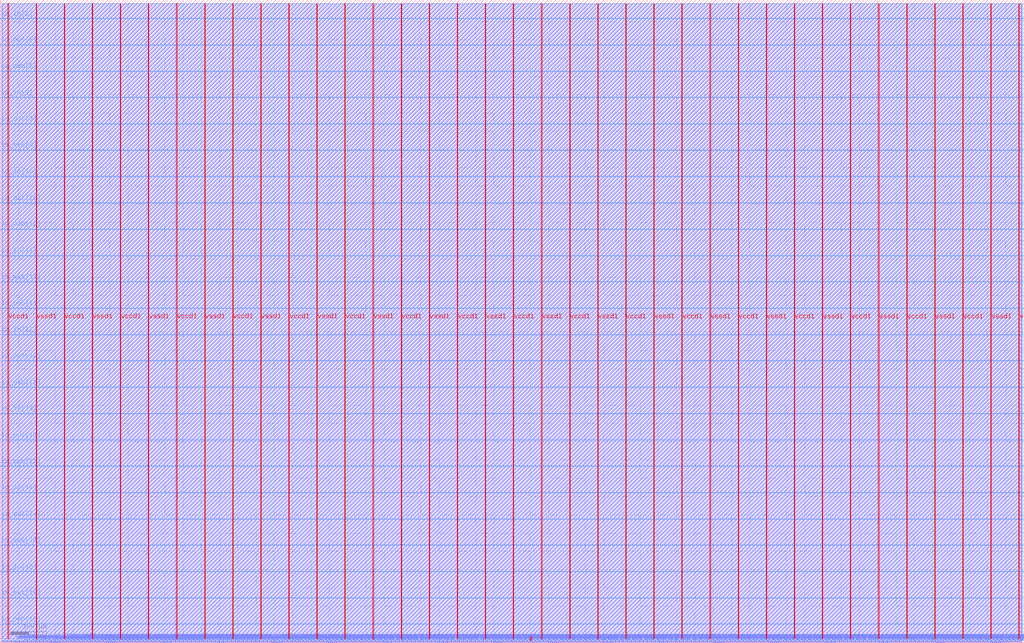
<source format=lef>
VERSION 5.7 ;
  NOWIREEXTENSIONATPIN ON ;
  DIVIDERCHAR "/" ;
  BUSBITCHARS "[]" ;
MACRO haui_asic
  CLASS BLOCK ;
  FOREIGN haui_asic ;
  ORIGIN 0.000 0.000 ;
  SIZE 2800.000 BY 1760.000 ;
  PIN io_in[0]
    DIRECTION INPUT ;
    USE SIGNAL ;
    PORT
      LAYER met3 ;
        RECT 2796.000 50.360 2800.000 50.960 ;
    END
  END io_in[0]
  PIN io_in[10]
    DIRECTION INPUT ;
    USE SIGNAL ;
    PORT
      LAYER met3 ;
        RECT 0.000 1275.720 4.000 1276.320 ;
    END
  END io_in[10]
  PIN io_in[11]
    DIRECTION INPUT ;
    USE SIGNAL ;
    PORT
      LAYER met3 ;
        RECT 0.000 1059.480 4.000 1060.080 ;
    END
  END io_in[11]
  PIN io_in[12]
    DIRECTION INPUT ;
    USE SIGNAL ;
    PORT
      LAYER met3 ;
        RECT 0.000 843.240 4.000 843.840 ;
    END
  END io_in[12]
  PIN io_in[13]
    DIRECTION INPUT ;
    USE SIGNAL ;
    PORT
      LAYER met3 ;
        RECT 0.000 627.000 4.000 627.600 ;
    END
  END io_in[13]
  PIN io_in[14]
    DIRECTION INPUT ;
    USE SIGNAL ;
    PORT
      LAYER met3 ;
        RECT 0.000 410.760 4.000 411.360 ;
    END
  END io_in[14]
  PIN io_in[15]
    DIRECTION INPUT ;
    USE SIGNAL ;
    PORT
      LAYER met3 ;
        RECT 0.000 194.520 4.000 195.120 ;
    END
  END io_in[15]
  PIN io_in[1]
    DIRECTION INPUT ;
    USE SIGNAL ;
    PORT
      LAYER met3 ;
        RECT 2796.000 266.600 2800.000 267.200 ;
    END
  END io_in[1]
  PIN io_in[2]
    DIRECTION INPUT ;
    USE SIGNAL ;
    PORT
      LAYER met3 ;
        RECT 2796.000 482.840 2800.000 483.440 ;
    END
  END io_in[2]
  PIN io_in[3]
    DIRECTION INPUT ;
    USE SIGNAL ;
    PORT
      LAYER met3 ;
        RECT 2796.000 699.080 2800.000 699.680 ;
    END
  END io_in[3]
  PIN io_in[4]
    DIRECTION INPUT ;
    USE SIGNAL ;
    PORT
      LAYER met3 ;
        RECT 2796.000 915.320 2800.000 915.920 ;
    END
  END io_in[4]
  PIN io_in[5]
    DIRECTION INPUT ;
    USE SIGNAL ;
    PORT
      LAYER met3 ;
        RECT 2796.000 1131.560 2800.000 1132.160 ;
    END
  END io_in[5]
  PIN io_in[6]
    DIRECTION INPUT ;
    USE SIGNAL ;
    PORT
      LAYER met3 ;
        RECT 2796.000 1347.800 2800.000 1348.400 ;
    END
  END io_in[6]
  PIN io_in[7]
    DIRECTION INPUT ;
    USE SIGNAL ;
    PORT
      LAYER met3 ;
        RECT 2796.000 1564.040 2800.000 1564.640 ;
    END
  END io_in[7]
  PIN io_in[8]
    DIRECTION INPUT ;
    USE SIGNAL ;
    PORT
      LAYER met3 ;
        RECT 0.000 1708.200 4.000 1708.800 ;
    END
  END io_in[8]
  PIN io_in[9]
    DIRECTION INPUT ;
    USE SIGNAL ;
    PORT
      LAYER met3 ;
        RECT 0.000 1491.960 4.000 1492.560 ;
    END
  END io_in[9]
  PIN io_oeb[0]
    DIRECTION OUTPUT TRISTATE ;
    USE SIGNAL ;
    ANTENNADIFFAREA 0.445500 ;
    PORT
      LAYER met3 ;
        RECT 2796.000 194.520 2800.000 195.120 ;
    END
  END io_oeb[0]
  PIN io_oeb[10]
    DIRECTION OUTPUT TRISTATE ;
    USE SIGNAL ;
    ANTENNADIFFAREA 0.795200 ;
    PORT
      LAYER met3 ;
        RECT 0.000 1131.560 4.000 1132.160 ;
    END
  END io_oeb[10]
  PIN io_oeb[11]
    DIRECTION OUTPUT TRISTATE ;
    USE SIGNAL ;
    ANTENNADIFFAREA 0.795200 ;
    PORT
      LAYER met3 ;
        RECT 0.000 915.320 4.000 915.920 ;
    END
  END io_oeb[11]
  PIN io_oeb[12]
    DIRECTION OUTPUT TRISTATE ;
    USE SIGNAL ;
    ANTENNADIFFAREA 0.795200 ;
    PORT
      LAYER met3 ;
        RECT 0.000 699.080 4.000 699.680 ;
    END
  END io_oeb[12]
  PIN io_oeb[13]
    DIRECTION OUTPUT TRISTATE ;
    USE SIGNAL ;
    ANTENNADIFFAREA 0.795200 ;
    PORT
      LAYER met3 ;
        RECT 0.000 482.840 4.000 483.440 ;
    END
  END io_oeb[13]
  PIN io_oeb[14]
    DIRECTION OUTPUT TRISTATE ;
    USE SIGNAL ;
    ANTENNADIFFAREA 0.795200 ;
    PORT
      LAYER met3 ;
        RECT 0.000 266.600 4.000 267.200 ;
    END
  END io_oeb[14]
  PIN io_oeb[15]
    DIRECTION OUTPUT TRISTATE ;
    USE SIGNAL ;
    ANTENNADIFFAREA 0.795200 ;
    PORT
      LAYER met3 ;
        RECT 0.000 50.360 4.000 50.960 ;
    END
  END io_oeb[15]
  PIN io_oeb[1]
    DIRECTION OUTPUT TRISTATE ;
    USE SIGNAL ;
    ANTENNADIFFAREA 0.445500 ;
    PORT
      LAYER met3 ;
        RECT 2796.000 410.760 2800.000 411.360 ;
    END
  END io_oeb[1]
  PIN io_oeb[2]
    DIRECTION OUTPUT TRISTATE ;
    USE SIGNAL ;
    ANTENNADIFFAREA 0.795200 ;
    PORT
      LAYER met3 ;
        RECT 2796.000 627.000 2800.000 627.600 ;
    END
  END io_oeb[2]
  PIN io_oeb[3]
    DIRECTION OUTPUT TRISTATE ;
    USE SIGNAL ;
    ANTENNADIFFAREA 0.445500 ;
    PORT
      LAYER met3 ;
        RECT 2796.000 843.240 2800.000 843.840 ;
    END
  END io_oeb[3]
  PIN io_oeb[4]
    DIRECTION OUTPUT TRISTATE ;
    USE SIGNAL ;
    ANTENNADIFFAREA 0.445500 ;
    PORT
      LAYER met3 ;
        RECT 2796.000 1059.480 2800.000 1060.080 ;
    END
  END io_oeb[4]
  PIN io_oeb[5]
    DIRECTION OUTPUT TRISTATE ;
    USE SIGNAL ;
    ANTENNADIFFAREA 0.795200 ;
    PORT
      LAYER met3 ;
        RECT 2796.000 1275.720 2800.000 1276.320 ;
    END
  END io_oeb[5]
  PIN io_oeb[6]
    DIRECTION OUTPUT TRISTATE ;
    USE SIGNAL ;
    ANTENNADIFFAREA 0.445500 ;
    PORT
      LAYER met3 ;
        RECT 2796.000 1491.960 2800.000 1492.560 ;
    END
  END io_oeb[6]
  PIN io_oeb[7]
    DIRECTION OUTPUT TRISTATE ;
    USE SIGNAL ;
    ANTENNADIFFAREA 0.445500 ;
    PORT
      LAYER met3 ;
        RECT 2796.000 1708.200 2800.000 1708.800 ;
    END
  END io_oeb[7]
  PIN io_oeb[8]
    DIRECTION OUTPUT TRISTATE ;
    USE SIGNAL ;
    ANTENNADIFFAREA 0.795200 ;
    PORT
      LAYER met3 ;
        RECT 0.000 1564.040 4.000 1564.640 ;
    END
  END io_oeb[8]
  PIN io_oeb[9]
    DIRECTION OUTPUT TRISTATE ;
    USE SIGNAL ;
    ANTENNADIFFAREA 0.795200 ;
    PORT
      LAYER met3 ;
        RECT 0.000 1347.800 4.000 1348.400 ;
    END
  END io_oeb[9]
  PIN io_out[0]
    DIRECTION OUTPUT TRISTATE ;
    USE SIGNAL ;
    ANTENNADIFFAREA 0.445500 ;
    PORT
      LAYER met3 ;
        RECT 2796.000 122.440 2800.000 123.040 ;
    END
  END io_out[0]
  PIN io_out[10]
    DIRECTION OUTPUT TRISTATE ;
    USE SIGNAL ;
    ANTENNADIFFAREA 0.795200 ;
    PORT
      LAYER met3 ;
        RECT 0.000 1203.640 4.000 1204.240 ;
    END
  END io_out[10]
  PIN io_out[11]
    DIRECTION OUTPUT TRISTATE ;
    USE SIGNAL ;
    ANTENNADIFFAREA 0.795200 ;
    PORT
      LAYER met3 ;
        RECT 0.000 987.400 4.000 988.000 ;
    END
  END io_out[11]
  PIN io_out[12]
    DIRECTION OUTPUT TRISTATE ;
    USE SIGNAL ;
    ANTENNADIFFAREA 0.795200 ;
    PORT
      LAYER met3 ;
        RECT 0.000 771.160 4.000 771.760 ;
    END
  END io_out[12]
  PIN io_out[13]
    DIRECTION OUTPUT TRISTATE ;
    USE SIGNAL ;
    ANTENNADIFFAREA 0.795200 ;
    PORT
      LAYER met3 ;
        RECT 0.000 554.920 4.000 555.520 ;
    END
  END io_out[13]
  PIN io_out[14]
    DIRECTION OUTPUT TRISTATE ;
    USE SIGNAL ;
    ANTENNADIFFAREA 0.795200 ;
    PORT
      LAYER met3 ;
        RECT 0.000 338.680 4.000 339.280 ;
    END
  END io_out[14]
  PIN io_out[15]
    DIRECTION OUTPUT TRISTATE ;
    USE SIGNAL ;
    ANTENNADIFFAREA 0.795200 ;
    PORT
      LAYER met3 ;
        RECT 0.000 122.440 4.000 123.040 ;
    END
  END io_out[15]
  PIN io_out[1]
    DIRECTION OUTPUT TRISTATE ;
    USE SIGNAL ;
    ANTENNADIFFAREA 0.445500 ;
    PORT
      LAYER met3 ;
        RECT 2796.000 338.680 2800.000 339.280 ;
    END
  END io_out[1]
  PIN io_out[2]
    DIRECTION OUTPUT TRISTATE ;
    USE SIGNAL ;
    ANTENNADIFFAREA 0.445500 ;
    PORT
      LAYER met3 ;
        RECT 2796.000 554.920 2800.000 555.520 ;
    END
  END io_out[2]
  PIN io_out[3]
    DIRECTION OUTPUT TRISTATE ;
    USE SIGNAL ;
    ANTENNADIFFAREA 0.795200 ;
    PORT
      LAYER met3 ;
        RECT 2796.000 771.160 2800.000 771.760 ;
    END
  END io_out[3]
  PIN io_out[4]
    DIRECTION OUTPUT TRISTATE ;
    USE SIGNAL ;
    ANTENNADIFFAREA 0.445500 ;
    PORT
      LAYER met3 ;
        RECT 2796.000 987.400 2800.000 988.000 ;
    END
  END io_out[4]
  PIN io_out[5]
    DIRECTION OUTPUT TRISTATE ;
    USE SIGNAL ;
    ANTENNADIFFAREA 0.445500 ;
    PORT
      LAYER met3 ;
        RECT 2796.000 1203.640 2800.000 1204.240 ;
    END
  END io_out[5]
  PIN io_out[6]
    DIRECTION OUTPUT TRISTATE ;
    USE SIGNAL ;
    ANTENNADIFFAREA 0.445500 ;
    PORT
      LAYER met3 ;
        RECT 2796.000 1419.880 2800.000 1420.480 ;
    END
  END io_out[6]
  PIN io_out[7]
    DIRECTION OUTPUT TRISTATE ;
    USE SIGNAL ;
    ANTENNADIFFAREA 0.445500 ;
    PORT
      LAYER met3 ;
        RECT 2796.000 1636.120 2800.000 1636.720 ;
    END
  END io_out[7]
  PIN io_out[8]
    DIRECTION OUTPUT TRISTATE ;
    USE SIGNAL ;
    ANTENNADIFFAREA 0.795200 ;
    PORT
      LAYER met3 ;
        RECT 0.000 1636.120 4.000 1636.720 ;
    END
  END io_out[8]
  PIN io_out[9]
    DIRECTION OUTPUT TRISTATE ;
    USE SIGNAL ;
    ANTENNADIFFAREA 0.795200 ;
    PORT
      LAYER met3 ;
        RECT 0.000 1419.880 4.000 1420.480 ;
    END
  END io_out[9]
  PIN irq[0]
    DIRECTION OUTPUT TRISTATE ;
    USE SIGNAL ;
    PORT
      LAYER met2 ;
        RECT 2746.750 0.000 2747.030 4.000 ;
    END
  END irq[0]
  PIN irq[1]
    DIRECTION OUTPUT TRISTATE ;
    USE SIGNAL ;
    PORT
      LAYER met2 ;
        RECT 2752.270 0.000 2752.550 4.000 ;
    END
  END irq[1]
  PIN irq[2]
    DIRECTION OUTPUT TRISTATE ;
    USE SIGNAL ;
    PORT
      LAYER met2 ;
        RECT 2757.790 0.000 2758.070 4.000 ;
    END
  END irq[2]
  PIN la_data_in[0]
    DIRECTION INPUT ;
    USE SIGNAL ;
    PORT
      LAYER met2 ;
        RECT 627.070 0.000 627.350 4.000 ;
    END
  END la_data_in[0]
  PIN la_data_in[100]
    DIRECTION INPUT ;
    USE SIGNAL ;
    PORT
      LAYER met2 ;
        RECT 2283.070 0.000 2283.350 4.000 ;
    END
  END la_data_in[100]
  PIN la_data_in[101]
    DIRECTION INPUT ;
    USE SIGNAL ;
    PORT
      LAYER met2 ;
        RECT 2299.630 0.000 2299.910 4.000 ;
    END
  END la_data_in[101]
  PIN la_data_in[102]
    DIRECTION INPUT ;
    USE SIGNAL ;
    PORT
      LAYER met2 ;
        RECT 2316.190 0.000 2316.470 4.000 ;
    END
  END la_data_in[102]
  PIN la_data_in[103]
    DIRECTION INPUT ;
    USE SIGNAL ;
    PORT
      LAYER met2 ;
        RECT 2332.750 0.000 2333.030 4.000 ;
    END
  END la_data_in[103]
  PIN la_data_in[104]
    DIRECTION INPUT ;
    USE SIGNAL ;
    PORT
      LAYER met2 ;
        RECT 2349.310 0.000 2349.590 4.000 ;
    END
  END la_data_in[104]
  PIN la_data_in[105]
    DIRECTION INPUT ;
    USE SIGNAL ;
    PORT
      LAYER met2 ;
        RECT 2365.870 0.000 2366.150 4.000 ;
    END
  END la_data_in[105]
  PIN la_data_in[106]
    DIRECTION INPUT ;
    USE SIGNAL ;
    PORT
      LAYER met2 ;
        RECT 2382.430 0.000 2382.710 4.000 ;
    END
  END la_data_in[106]
  PIN la_data_in[107]
    DIRECTION INPUT ;
    USE SIGNAL ;
    PORT
      LAYER met2 ;
        RECT 2398.990 0.000 2399.270 4.000 ;
    END
  END la_data_in[107]
  PIN la_data_in[108]
    DIRECTION INPUT ;
    USE SIGNAL ;
    PORT
      LAYER met2 ;
        RECT 2415.550 0.000 2415.830 4.000 ;
    END
  END la_data_in[108]
  PIN la_data_in[109]
    DIRECTION INPUT ;
    USE SIGNAL ;
    PORT
      LAYER met2 ;
        RECT 2432.110 0.000 2432.390 4.000 ;
    END
  END la_data_in[109]
  PIN la_data_in[10]
    DIRECTION INPUT ;
    USE SIGNAL ;
    PORT
      LAYER met2 ;
        RECT 792.670 0.000 792.950 4.000 ;
    END
  END la_data_in[10]
  PIN la_data_in[110]
    DIRECTION INPUT ;
    USE SIGNAL ;
    PORT
      LAYER met2 ;
        RECT 2448.670 0.000 2448.950 4.000 ;
    END
  END la_data_in[110]
  PIN la_data_in[111]
    DIRECTION INPUT ;
    USE SIGNAL ;
    PORT
      LAYER met2 ;
        RECT 2465.230 0.000 2465.510 4.000 ;
    END
  END la_data_in[111]
  PIN la_data_in[112]
    DIRECTION INPUT ;
    USE SIGNAL ;
    PORT
      LAYER met2 ;
        RECT 2481.790 0.000 2482.070 4.000 ;
    END
  END la_data_in[112]
  PIN la_data_in[113]
    DIRECTION INPUT ;
    USE SIGNAL ;
    PORT
      LAYER met2 ;
        RECT 2498.350 0.000 2498.630 4.000 ;
    END
  END la_data_in[113]
  PIN la_data_in[114]
    DIRECTION INPUT ;
    USE SIGNAL ;
    PORT
      LAYER met2 ;
        RECT 2514.910 0.000 2515.190 4.000 ;
    END
  END la_data_in[114]
  PIN la_data_in[115]
    DIRECTION INPUT ;
    USE SIGNAL ;
    PORT
      LAYER met2 ;
        RECT 2531.470 0.000 2531.750 4.000 ;
    END
  END la_data_in[115]
  PIN la_data_in[116]
    DIRECTION INPUT ;
    USE SIGNAL ;
    PORT
      LAYER met2 ;
        RECT 2548.030 0.000 2548.310 4.000 ;
    END
  END la_data_in[116]
  PIN la_data_in[117]
    DIRECTION INPUT ;
    USE SIGNAL ;
    PORT
      LAYER met2 ;
        RECT 2564.590 0.000 2564.870 4.000 ;
    END
  END la_data_in[117]
  PIN la_data_in[118]
    DIRECTION INPUT ;
    USE SIGNAL ;
    PORT
      LAYER met2 ;
        RECT 2581.150 0.000 2581.430 4.000 ;
    END
  END la_data_in[118]
  PIN la_data_in[119]
    DIRECTION INPUT ;
    USE SIGNAL ;
    PORT
      LAYER met2 ;
        RECT 2597.710 0.000 2597.990 4.000 ;
    END
  END la_data_in[119]
  PIN la_data_in[11]
    DIRECTION INPUT ;
    USE SIGNAL ;
    PORT
      LAYER met2 ;
        RECT 809.230 0.000 809.510 4.000 ;
    END
  END la_data_in[11]
  PIN la_data_in[120]
    DIRECTION INPUT ;
    USE SIGNAL ;
    PORT
      LAYER met2 ;
        RECT 2614.270 0.000 2614.550 4.000 ;
    END
  END la_data_in[120]
  PIN la_data_in[121]
    DIRECTION INPUT ;
    USE SIGNAL ;
    PORT
      LAYER met2 ;
        RECT 2630.830 0.000 2631.110 4.000 ;
    END
  END la_data_in[121]
  PIN la_data_in[122]
    DIRECTION INPUT ;
    USE SIGNAL ;
    PORT
      LAYER met2 ;
        RECT 2647.390 0.000 2647.670 4.000 ;
    END
  END la_data_in[122]
  PIN la_data_in[123]
    DIRECTION INPUT ;
    USE SIGNAL ;
    PORT
      LAYER met2 ;
        RECT 2663.950 0.000 2664.230 4.000 ;
    END
  END la_data_in[123]
  PIN la_data_in[124]
    DIRECTION INPUT ;
    USE SIGNAL ;
    PORT
      LAYER met2 ;
        RECT 2680.510 0.000 2680.790 4.000 ;
    END
  END la_data_in[124]
  PIN la_data_in[125]
    DIRECTION INPUT ;
    USE SIGNAL ;
    PORT
      LAYER met2 ;
        RECT 2697.070 0.000 2697.350 4.000 ;
    END
  END la_data_in[125]
  PIN la_data_in[126]
    DIRECTION INPUT ;
    USE SIGNAL ;
    PORT
      LAYER met2 ;
        RECT 2713.630 0.000 2713.910 4.000 ;
    END
  END la_data_in[126]
  PIN la_data_in[127]
    DIRECTION INPUT ;
    USE SIGNAL ;
    PORT
      LAYER met2 ;
        RECT 2730.190 0.000 2730.470 4.000 ;
    END
  END la_data_in[127]
  PIN la_data_in[12]
    DIRECTION INPUT ;
    USE SIGNAL ;
    PORT
      LAYER met2 ;
        RECT 825.790 0.000 826.070 4.000 ;
    END
  END la_data_in[12]
  PIN la_data_in[13]
    DIRECTION INPUT ;
    USE SIGNAL ;
    PORT
      LAYER met2 ;
        RECT 842.350 0.000 842.630 4.000 ;
    END
  END la_data_in[13]
  PIN la_data_in[14]
    DIRECTION INPUT ;
    USE SIGNAL ;
    PORT
      LAYER met2 ;
        RECT 858.910 0.000 859.190 4.000 ;
    END
  END la_data_in[14]
  PIN la_data_in[15]
    DIRECTION INPUT ;
    USE SIGNAL ;
    PORT
      LAYER met2 ;
        RECT 875.470 0.000 875.750 4.000 ;
    END
  END la_data_in[15]
  PIN la_data_in[16]
    DIRECTION INPUT ;
    USE SIGNAL ;
    PORT
      LAYER met2 ;
        RECT 892.030 0.000 892.310 4.000 ;
    END
  END la_data_in[16]
  PIN la_data_in[17]
    DIRECTION INPUT ;
    USE SIGNAL ;
    PORT
      LAYER met2 ;
        RECT 908.590 0.000 908.870 4.000 ;
    END
  END la_data_in[17]
  PIN la_data_in[18]
    DIRECTION INPUT ;
    USE SIGNAL ;
    PORT
      LAYER met2 ;
        RECT 925.150 0.000 925.430 4.000 ;
    END
  END la_data_in[18]
  PIN la_data_in[19]
    DIRECTION INPUT ;
    USE SIGNAL ;
    PORT
      LAYER met2 ;
        RECT 941.710 0.000 941.990 4.000 ;
    END
  END la_data_in[19]
  PIN la_data_in[1]
    DIRECTION INPUT ;
    USE SIGNAL ;
    PORT
      LAYER met2 ;
        RECT 643.630 0.000 643.910 4.000 ;
    END
  END la_data_in[1]
  PIN la_data_in[20]
    DIRECTION INPUT ;
    USE SIGNAL ;
    PORT
      LAYER met2 ;
        RECT 958.270 0.000 958.550 4.000 ;
    END
  END la_data_in[20]
  PIN la_data_in[21]
    DIRECTION INPUT ;
    USE SIGNAL ;
    PORT
      LAYER met2 ;
        RECT 974.830 0.000 975.110 4.000 ;
    END
  END la_data_in[21]
  PIN la_data_in[22]
    DIRECTION INPUT ;
    USE SIGNAL ;
    PORT
      LAYER met2 ;
        RECT 991.390 0.000 991.670 4.000 ;
    END
  END la_data_in[22]
  PIN la_data_in[23]
    DIRECTION INPUT ;
    USE SIGNAL ;
    PORT
      LAYER met2 ;
        RECT 1007.950 0.000 1008.230 4.000 ;
    END
  END la_data_in[23]
  PIN la_data_in[24]
    DIRECTION INPUT ;
    USE SIGNAL ;
    PORT
      LAYER met2 ;
        RECT 1024.510 0.000 1024.790 4.000 ;
    END
  END la_data_in[24]
  PIN la_data_in[25]
    DIRECTION INPUT ;
    USE SIGNAL ;
    PORT
      LAYER met2 ;
        RECT 1041.070 0.000 1041.350 4.000 ;
    END
  END la_data_in[25]
  PIN la_data_in[26]
    DIRECTION INPUT ;
    USE SIGNAL ;
    PORT
      LAYER met2 ;
        RECT 1057.630 0.000 1057.910 4.000 ;
    END
  END la_data_in[26]
  PIN la_data_in[27]
    DIRECTION INPUT ;
    USE SIGNAL ;
    PORT
      LAYER met2 ;
        RECT 1074.190 0.000 1074.470 4.000 ;
    END
  END la_data_in[27]
  PIN la_data_in[28]
    DIRECTION INPUT ;
    USE SIGNAL ;
    PORT
      LAYER met2 ;
        RECT 1090.750 0.000 1091.030 4.000 ;
    END
  END la_data_in[28]
  PIN la_data_in[29]
    DIRECTION INPUT ;
    USE SIGNAL ;
    PORT
      LAYER met2 ;
        RECT 1107.310 0.000 1107.590 4.000 ;
    END
  END la_data_in[29]
  PIN la_data_in[2]
    DIRECTION INPUT ;
    USE SIGNAL ;
    PORT
      LAYER met2 ;
        RECT 660.190 0.000 660.470 4.000 ;
    END
  END la_data_in[2]
  PIN la_data_in[30]
    DIRECTION INPUT ;
    USE SIGNAL ;
    PORT
      LAYER met2 ;
        RECT 1123.870 0.000 1124.150 4.000 ;
    END
  END la_data_in[30]
  PIN la_data_in[31]
    DIRECTION INPUT ;
    USE SIGNAL ;
    PORT
      LAYER met2 ;
        RECT 1140.430 0.000 1140.710 4.000 ;
    END
  END la_data_in[31]
  PIN la_data_in[32]
    DIRECTION INPUT ;
    USE SIGNAL ;
    PORT
      LAYER met2 ;
        RECT 1156.990 0.000 1157.270 4.000 ;
    END
  END la_data_in[32]
  PIN la_data_in[33]
    DIRECTION INPUT ;
    USE SIGNAL ;
    PORT
      LAYER met2 ;
        RECT 1173.550 0.000 1173.830 4.000 ;
    END
  END la_data_in[33]
  PIN la_data_in[34]
    DIRECTION INPUT ;
    USE SIGNAL ;
    PORT
      LAYER met2 ;
        RECT 1190.110 0.000 1190.390 4.000 ;
    END
  END la_data_in[34]
  PIN la_data_in[35]
    DIRECTION INPUT ;
    USE SIGNAL ;
    PORT
      LAYER met2 ;
        RECT 1206.670 0.000 1206.950 4.000 ;
    END
  END la_data_in[35]
  PIN la_data_in[36]
    DIRECTION INPUT ;
    USE SIGNAL ;
    PORT
      LAYER met2 ;
        RECT 1223.230 0.000 1223.510 4.000 ;
    END
  END la_data_in[36]
  PIN la_data_in[37]
    DIRECTION INPUT ;
    USE SIGNAL ;
    PORT
      LAYER met2 ;
        RECT 1239.790 0.000 1240.070 4.000 ;
    END
  END la_data_in[37]
  PIN la_data_in[38]
    DIRECTION INPUT ;
    USE SIGNAL ;
    PORT
      LAYER met2 ;
        RECT 1256.350 0.000 1256.630 4.000 ;
    END
  END la_data_in[38]
  PIN la_data_in[39]
    DIRECTION INPUT ;
    USE SIGNAL ;
    PORT
      LAYER met2 ;
        RECT 1272.910 0.000 1273.190 4.000 ;
    END
  END la_data_in[39]
  PIN la_data_in[3]
    DIRECTION INPUT ;
    USE SIGNAL ;
    PORT
      LAYER met2 ;
        RECT 676.750 0.000 677.030 4.000 ;
    END
  END la_data_in[3]
  PIN la_data_in[40]
    DIRECTION INPUT ;
    USE SIGNAL ;
    PORT
      LAYER met2 ;
        RECT 1289.470 0.000 1289.750 4.000 ;
    END
  END la_data_in[40]
  PIN la_data_in[41]
    DIRECTION INPUT ;
    USE SIGNAL ;
    PORT
      LAYER met2 ;
        RECT 1306.030 0.000 1306.310 4.000 ;
    END
  END la_data_in[41]
  PIN la_data_in[42]
    DIRECTION INPUT ;
    USE SIGNAL ;
    PORT
      LAYER met2 ;
        RECT 1322.590 0.000 1322.870 4.000 ;
    END
  END la_data_in[42]
  PIN la_data_in[43]
    DIRECTION INPUT ;
    USE SIGNAL ;
    PORT
      LAYER met2 ;
        RECT 1339.150 0.000 1339.430 4.000 ;
    END
  END la_data_in[43]
  PIN la_data_in[44]
    DIRECTION INPUT ;
    USE SIGNAL ;
    PORT
      LAYER met2 ;
        RECT 1355.710 0.000 1355.990 4.000 ;
    END
  END la_data_in[44]
  PIN la_data_in[45]
    DIRECTION INPUT ;
    USE SIGNAL ;
    PORT
      LAYER met2 ;
        RECT 1372.270 0.000 1372.550 4.000 ;
    END
  END la_data_in[45]
  PIN la_data_in[46]
    DIRECTION INPUT ;
    USE SIGNAL ;
    PORT
      LAYER met2 ;
        RECT 1388.830 0.000 1389.110 4.000 ;
    END
  END la_data_in[46]
  PIN la_data_in[47]
    DIRECTION INPUT ;
    USE SIGNAL ;
    PORT
      LAYER met2 ;
        RECT 1405.390 0.000 1405.670 4.000 ;
    END
  END la_data_in[47]
  PIN la_data_in[48]
    DIRECTION INPUT ;
    USE SIGNAL ;
    ANTENNAGATEAREA 0.196500 ;
    PORT
      LAYER met2 ;
        RECT 1421.950 0.000 1422.230 4.000 ;
    END
  END la_data_in[48]
  PIN la_data_in[49]
    DIRECTION INPUT ;
    USE SIGNAL ;
    ANTENNAGATEAREA 0.196500 ;
    PORT
      LAYER met2 ;
        RECT 1438.510 0.000 1438.790 4.000 ;
    END
  END la_data_in[49]
  PIN la_data_in[4]
    DIRECTION INPUT ;
    USE SIGNAL ;
    PORT
      LAYER met2 ;
        RECT 693.310 0.000 693.590 4.000 ;
    END
  END la_data_in[4]
  PIN la_data_in[50]
    DIRECTION INPUT ;
    USE SIGNAL ;
    ANTENNAGATEAREA 0.196500 ;
    PORT
      LAYER met2 ;
        RECT 1455.070 0.000 1455.350 4.000 ;
    END
  END la_data_in[50]
  PIN la_data_in[51]
    DIRECTION INPUT ;
    USE SIGNAL ;
    ANTENNAGATEAREA 0.196500 ;
    PORT
      LAYER met2 ;
        RECT 1471.630 0.000 1471.910 4.000 ;
    END
  END la_data_in[51]
  PIN la_data_in[52]
    DIRECTION INPUT ;
    USE SIGNAL ;
    ANTENNAGATEAREA 0.196500 ;
    PORT
      LAYER met2 ;
        RECT 1488.190 0.000 1488.470 4.000 ;
    END
  END la_data_in[52]
  PIN la_data_in[53]
    DIRECTION INPUT ;
    USE SIGNAL ;
    ANTENNAGATEAREA 0.196500 ;
    PORT
      LAYER met2 ;
        RECT 1504.750 0.000 1505.030 4.000 ;
    END
  END la_data_in[53]
  PIN la_data_in[54]
    DIRECTION INPUT ;
    USE SIGNAL ;
    ANTENNAGATEAREA 0.196500 ;
    PORT
      LAYER met2 ;
        RECT 1521.310 0.000 1521.590 4.000 ;
    END
  END la_data_in[54]
  PIN la_data_in[55]
    DIRECTION INPUT ;
    USE SIGNAL ;
    ANTENNAGATEAREA 0.196500 ;
    PORT
      LAYER met2 ;
        RECT 1537.870 0.000 1538.150 4.000 ;
    END
  END la_data_in[55]
  PIN la_data_in[56]
    DIRECTION INPUT ;
    USE SIGNAL ;
    ANTENNAGATEAREA 0.196500 ;
    PORT
      LAYER met2 ;
        RECT 1554.430 0.000 1554.710 4.000 ;
    END
  END la_data_in[56]
  PIN la_data_in[57]
    DIRECTION INPUT ;
    USE SIGNAL ;
    ANTENNAGATEAREA 0.213000 ;
    PORT
      LAYER met2 ;
        RECT 1570.990 0.000 1571.270 4.000 ;
    END
  END la_data_in[57]
  PIN la_data_in[58]
    DIRECTION INPUT ;
    USE SIGNAL ;
    ANTENNAGATEAREA 0.159000 ;
    PORT
      LAYER met2 ;
        RECT 1587.550 0.000 1587.830 4.000 ;
    END
  END la_data_in[58]
  PIN la_data_in[59]
    DIRECTION INPUT ;
    USE SIGNAL ;
    ANTENNAGATEAREA 0.213000 ;
    PORT
      LAYER met2 ;
        RECT 1604.110 0.000 1604.390 4.000 ;
    END
  END la_data_in[59]
  PIN la_data_in[5]
    DIRECTION INPUT ;
    USE SIGNAL ;
    PORT
      LAYER met2 ;
        RECT 709.870 0.000 710.150 4.000 ;
    END
  END la_data_in[5]
  PIN la_data_in[60]
    DIRECTION INPUT ;
    USE SIGNAL ;
    ANTENNAGATEAREA 0.213000 ;
    PORT
      LAYER met2 ;
        RECT 1620.670 0.000 1620.950 4.000 ;
    END
  END la_data_in[60]
  PIN la_data_in[61]
    DIRECTION INPUT ;
    USE SIGNAL ;
    ANTENNAGATEAREA 0.159000 ;
    PORT
      LAYER met2 ;
        RECT 1637.230 0.000 1637.510 4.000 ;
    END
  END la_data_in[61]
  PIN la_data_in[62]
    DIRECTION INPUT ;
    USE SIGNAL ;
    ANTENNAGATEAREA 0.213000 ;
    PORT
      LAYER met2 ;
        RECT 1653.790 0.000 1654.070 4.000 ;
    END
  END la_data_in[62]
  PIN la_data_in[63]
    DIRECTION INPUT ;
    USE SIGNAL ;
    ANTENNAGATEAREA 0.159000 ;
    PORT
      LAYER met2 ;
        RECT 1670.350 0.000 1670.630 4.000 ;
    END
  END la_data_in[63]
  PIN la_data_in[64]
    DIRECTION INPUT ;
    USE SIGNAL ;
    ANTENNAGATEAREA 0.213000 ;
    PORT
      LAYER met2 ;
        RECT 1686.910 0.000 1687.190 4.000 ;
    END
  END la_data_in[64]
  PIN la_data_in[65]
    DIRECTION INPUT ;
    USE SIGNAL ;
    ANTENNAGATEAREA 0.159000 ;
    PORT
      LAYER met2 ;
        RECT 1703.470 0.000 1703.750 4.000 ;
    END
  END la_data_in[65]
  PIN la_data_in[66]
    DIRECTION INPUT ;
    USE SIGNAL ;
    PORT
      LAYER met2 ;
        RECT 1720.030 0.000 1720.310 4.000 ;
    END
  END la_data_in[66]
  PIN la_data_in[67]
    DIRECTION INPUT ;
    USE SIGNAL ;
    PORT
      LAYER met2 ;
        RECT 1736.590 0.000 1736.870 4.000 ;
    END
  END la_data_in[67]
  PIN la_data_in[68]
    DIRECTION INPUT ;
    USE SIGNAL ;
    PORT
      LAYER met2 ;
        RECT 1753.150 0.000 1753.430 4.000 ;
    END
  END la_data_in[68]
  PIN la_data_in[69]
    DIRECTION INPUT ;
    USE SIGNAL ;
    PORT
      LAYER met2 ;
        RECT 1769.710 0.000 1769.990 4.000 ;
    END
  END la_data_in[69]
  PIN la_data_in[6]
    DIRECTION INPUT ;
    USE SIGNAL ;
    PORT
      LAYER met2 ;
        RECT 726.430 0.000 726.710 4.000 ;
    END
  END la_data_in[6]
  PIN la_data_in[70]
    DIRECTION INPUT ;
    USE SIGNAL ;
    PORT
      LAYER met2 ;
        RECT 1786.270 0.000 1786.550 4.000 ;
    END
  END la_data_in[70]
  PIN la_data_in[71]
    DIRECTION INPUT ;
    USE SIGNAL ;
    PORT
      LAYER met2 ;
        RECT 1802.830 0.000 1803.110 4.000 ;
    END
  END la_data_in[71]
  PIN la_data_in[72]
    DIRECTION INPUT ;
    USE SIGNAL ;
    PORT
      LAYER met2 ;
        RECT 1819.390 0.000 1819.670 4.000 ;
    END
  END la_data_in[72]
  PIN la_data_in[73]
    DIRECTION INPUT ;
    USE SIGNAL ;
    PORT
      LAYER met2 ;
        RECT 1835.950 0.000 1836.230 4.000 ;
    END
  END la_data_in[73]
  PIN la_data_in[74]
    DIRECTION INPUT ;
    USE SIGNAL ;
    PORT
      LAYER met2 ;
        RECT 1852.510 0.000 1852.790 4.000 ;
    END
  END la_data_in[74]
  PIN la_data_in[75]
    DIRECTION INPUT ;
    USE SIGNAL ;
    PORT
      LAYER met2 ;
        RECT 1869.070 0.000 1869.350 4.000 ;
    END
  END la_data_in[75]
  PIN la_data_in[76]
    DIRECTION INPUT ;
    USE SIGNAL ;
    PORT
      LAYER met2 ;
        RECT 1885.630 0.000 1885.910 4.000 ;
    END
  END la_data_in[76]
  PIN la_data_in[77]
    DIRECTION INPUT ;
    USE SIGNAL ;
    PORT
      LAYER met2 ;
        RECT 1902.190 0.000 1902.470 4.000 ;
    END
  END la_data_in[77]
  PIN la_data_in[78]
    DIRECTION INPUT ;
    USE SIGNAL ;
    PORT
      LAYER met2 ;
        RECT 1918.750 0.000 1919.030 4.000 ;
    END
  END la_data_in[78]
  PIN la_data_in[79]
    DIRECTION INPUT ;
    USE SIGNAL ;
    PORT
      LAYER met2 ;
        RECT 1935.310 0.000 1935.590 4.000 ;
    END
  END la_data_in[79]
  PIN la_data_in[7]
    DIRECTION INPUT ;
    USE SIGNAL ;
    PORT
      LAYER met2 ;
        RECT 742.990 0.000 743.270 4.000 ;
    END
  END la_data_in[7]
  PIN la_data_in[80]
    DIRECTION INPUT ;
    USE SIGNAL ;
    PORT
      LAYER met2 ;
        RECT 1951.870 0.000 1952.150 4.000 ;
    END
  END la_data_in[80]
  PIN la_data_in[81]
    DIRECTION INPUT ;
    USE SIGNAL ;
    PORT
      LAYER met2 ;
        RECT 1968.430 0.000 1968.710 4.000 ;
    END
  END la_data_in[81]
  PIN la_data_in[82]
    DIRECTION INPUT ;
    USE SIGNAL ;
    PORT
      LAYER met2 ;
        RECT 1984.990 0.000 1985.270 4.000 ;
    END
  END la_data_in[82]
  PIN la_data_in[83]
    DIRECTION INPUT ;
    USE SIGNAL ;
    PORT
      LAYER met2 ;
        RECT 2001.550 0.000 2001.830 4.000 ;
    END
  END la_data_in[83]
  PIN la_data_in[84]
    DIRECTION INPUT ;
    USE SIGNAL ;
    PORT
      LAYER met2 ;
        RECT 2018.110 0.000 2018.390 4.000 ;
    END
  END la_data_in[84]
  PIN la_data_in[85]
    DIRECTION INPUT ;
    USE SIGNAL ;
    PORT
      LAYER met2 ;
        RECT 2034.670 0.000 2034.950 4.000 ;
    END
  END la_data_in[85]
  PIN la_data_in[86]
    DIRECTION INPUT ;
    USE SIGNAL ;
    PORT
      LAYER met2 ;
        RECT 2051.230 0.000 2051.510 4.000 ;
    END
  END la_data_in[86]
  PIN la_data_in[87]
    DIRECTION INPUT ;
    USE SIGNAL ;
    PORT
      LAYER met2 ;
        RECT 2067.790 0.000 2068.070 4.000 ;
    END
  END la_data_in[87]
  PIN la_data_in[88]
    DIRECTION INPUT ;
    USE SIGNAL ;
    PORT
      LAYER met2 ;
        RECT 2084.350 0.000 2084.630 4.000 ;
    END
  END la_data_in[88]
  PIN la_data_in[89]
    DIRECTION INPUT ;
    USE SIGNAL ;
    PORT
      LAYER met2 ;
        RECT 2100.910 0.000 2101.190 4.000 ;
    END
  END la_data_in[89]
  PIN la_data_in[8]
    DIRECTION INPUT ;
    USE SIGNAL ;
    PORT
      LAYER met2 ;
        RECT 759.550 0.000 759.830 4.000 ;
    END
  END la_data_in[8]
  PIN la_data_in[90]
    DIRECTION INPUT ;
    USE SIGNAL ;
    PORT
      LAYER met2 ;
        RECT 2117.470 0.000 2117.750 4.000 ;
    END
  END la_data_in[90]
  PIN la_data_in[91]
    DIRECTION INPUT ;
    USE SIGNAL ;
    PORT
      LAYER met2 ;
        RECT 2134.030 0.000 2134.310 4.000 ;
    END
  END la_data_in[91]
  PIN la_data_in[92]
    DIRECTION INPUT ;
    USE SIGNAL ;
    PORT
      LAYER met2 ;
        RECT 2150.590 0.000 2150.870 4.000 ;
    END
  END la_data_in[92]
  PIN la_data_in[93]
    DIRECTION INPUT ;
    USE SIGNAL ;
    PORT
      LAYER met2 ;
        RECT 2167.150 0.000 2167.430 4.000 ;
    END
  END la_data_in[93]
  PIN la_data_in[94]
    DIRECTION INPUT ;
    USE SIGNAL ;
    PORT
      LAYER met2 ;
        RECT 2183.710 0.000 2183.990 4.000 ;
    END
  END la_data_in[94]
  PIN la_data_in[95]
    DIRECTION INPUT ;
    USE SIGNAL ;
    PORT
      LAYER met2 ;
        RECT 2200.270 0.000 2200.550 4.000 ;
    END
  END la_data_in[95]
  PIN la_data_in[96]
    DIRECTION INPUT ;
    USE SIGNAL ;
    PORT
      LAYER met2 ;
        RECT 2216.830 0.000 2217.110 4.000 ;
    END
  END la_data_in[96]
  PIN la_data_in[97]
    DIRECTION INPUT ;
    USE SIGNAL ;
    PORT
      LAYER met2 ;
        RECT 2233.390 0.000 2233.670 4.000 ;
    END
  END la_data_in[97]
  PIN la_data_in[98]
    DIRECTION INPUT ;
    USE SIGNAL ;
    PORT
      LAYER met2 ;
        RECT 2249.950 0.000 2250.230 4.000 ;
    END
  END la_data_in[98]
  PIN la_data_in[99]
    DIRECTION INPUT ;
    USE SIGNAL ;
    PORT
      LAYER met2 ;
        RECT 2266.510 0.000 2266.790 4.000 ;
    END
  END la_data_in[99]
  PIN la_data_in[9]
    DIRECTION INPUT ;
    USE SIGNAL ;
    PORT
      LAYER met2 ;
        RECT 776.110 0.000 776.390 4.000 ;
    END
  END la_data_in[9]
  PIN la_data_out[0]
    DIRECTION OUTPUT TRISTATE ;
    USE SIGNAL ;
    ANTENNADIFFAREA 0.795200 ;
    PORT
      LAYER met2 ;
        RECT 632.590 0.000 632.870 4.000 ;
    END
  END la_data_out[0]
  PIN la_data_out[100]
    DIRECTION OUTPUT TRISTATE ;
    USE SIGNAL ;
    PORT
      LAYER met2 ;
        RECT 2288.590 0.000 2288.870 4.000 ;
    END
  END la_data_out[100]
  PIN la_data_out[101]
    DIRECTION OUTPUT TRISTATE ;
    USE SIGNAL ;
    PORT
      LAYER met2 ;
        RECT 2305.150 0.000 2305.430 4.000 ;
    END
  END la_data_out[101]
  PIN la_data_out[102]
    DIRECTION OUTPUT TRISTATE ;
    USE SIGNAL ;
    PORT
      LAYER met2 ;
        RECT 2321.710 0.000 2321.990 4.000 ;
    END
  END la_data_out[102]
  PIN la_data_out[103]
    DIRECTION OUTPUT TRISTATE ;
    USE SIGNAL ;
    PORT
      LAYER met2 ;
        RECT 2338.270 0.000 2338.550 4.000 ;
    END
  END la_data_out[103]
  PIN la_data_out[104]
    DIRECTION OUTPUT TRISTATE ;
    USE SIGNAL ;
    PORT
      LAYER met2 ;
        RECT 2354.830 0.000 2355.110 4.000 ;
    END
  END la_data_out[104]
  PIN la_data_out[105]
    DIRECTION OUTPUT TRISTATE ;
    USE SIGNAL ;
    PORT
      LAYER met2 ;
        RECT 2371.390 0.000 2371.670 4.000 ;
    END
  END la_data_out[105]
  PIN la_data_out[106]
    DIRECTION OUTPUT TRISTATE ;
    USE SIGNAL ;
    PORT
      LAYER met2 ;
        RECT 2387.950 0.000 2388.230 4.000 ;
    END
  END la_data_out[106]
  PIN la_data_out[107]
    DIRECTION OUTPUT TRISTATE ;
    USE SIGNAL ;
    PORT
      LAYER met2 ;
        RECT 2404.510 0.000 2404.790 4.000 ;
    END
  END la_data_out[107]
  PIN la_data_out[108]
    DIRECTION OUTPUT TRISTATE ;
    USE SIGNAL ;
    PORT
      LAYER met2 ;
        RECT 2421.070 0.000 2421.350 4.000 ;
    END
  END la_data_out[108]
  PIN la_data_out[109]
    DIRECTION OUTPUT TRISTATE ;
    USE SIGNAL ;
    PORT
      LAYER met2 ;
        RECT 2437.630 0.000 2437.910 4.000 ;
    END
  END la_data_out[109]
  PIN la_data_out[10]
    DIRECTION OUTPUT TRISTATE ;
    USE SIGNAL ;
    ANTENNADIFFAREA 0.795200 ;
    PORT
      LAYER met2 ;
        RECT 798.190 0.000 798.470 4.000 ;
    END
  END la_data_out[10]
  PIN la_data_out[110]
    DIRECTION OUTPUT TRISTATE ;
    USE SIGNAL ;
    PORT
      LAYER met2 ;
        RECT 2454.190 0.000 2454.470 4.000 ;
    END
  END la_data_out[110]
  PIN la_data_out[111]
    DIRECTION OUTPUT TRISTATE ;
    USE SIGNAL ;
    PORT
      LAYER met2 ;
        RECT 2470.750 0.000 2471.030 4.000 ;
    END
  END la_data_out[111]
  PIN la_data_out[112]
    DIRECTION OUTPUT TRISTATE ;
    USE SIGNAL ;
    PORT
      LAYER met2 ;
        RECT 2487.310 0.000 2487.590 4.000 ;
    END
  END la_data_out[112]
  PIN la_data_out[113]
    DIRECTION OUTPUT TRISTATE ;
    USE SIGNAL ;
    PORT
      LAYER met2 ;
        RECT 2503.870 0.000 2504.150 4.000 ;
    END
  END la_data_out[113]
  PIN la_data_out[114]
    DIRECTION OUTPUT TRISTATE ;
    USE SIGNAL ;
    PORT
      LAYER met2 ;
        RECT 2520.430 0.000 2520.710 4.000 ;
    END
  END la_data_out[114]
  PIN la_data_out[115]
    DIRECTION OUTPUT TRISTATE ;
    USE SIGNAL ;
    PORT
      LAYER met2 ;
        RECT 2536.990 0.000 2537.270 4.000 ;
    END
  END la_data_out[115]
  PIN la_data_out[116]
    DIRECTION OUTPUT TRISTATE ;
    USE SIGNAL ;
    PORT
      LAYER met2 ;
        RECT 2553.550 0.000 2553.830 4.000 ;
    END
  END la_data_out[116]
  PIN la_data_out[117]
    DIRECTION OUTPUT TRISTATE ;
    USE SIGNAL ;
    PORT
      LAYER met2 ;
        RECT 2570.110 0.000 2570.390 4.000 ;
    END
  END la_data_out[117]
  PIN la_data_out[118]
    DIRECTION OUTPUT TRISTATE ;
    USE SIGNAL ;
    PORT
      LAYER met2 ;
        RECT 2586.670 0.000 2586.950 4.000 ;
    END
  END la_data_out[118]
  PIN la_data_out[119]
    DIRECTION OUTPUT TRISTATE ;
    USE SIGNAL ;
    PORT
      LAYER met2 ;
        RECT 2603.230 0.000 2603.510 4.000 ;
    END
  END la_data_out[119]
  PIN la_data_out[11]
    DIRECTION OUTPUT TRISTATE ;
    USE SIGNAL ;
    ANTENNADIFFAREA 0.795200 ;
    PORT
      LAYER met2 ;
        RECT 814.750 0.000 815.030 4.000 ;
    END
  END la_data_out[11]
  PIN la_data_out[120]
    DIRECTION OUTPUT TRISTATE ;
    USE SIGNAL ;
    PORT
      LAYER met2 ;
        RECT 2619.790 0.000 2620.070 4.000 ;
    END
  END la_data_out[120]
  PIN la_data_out[121]
    DIRECTION OUTPUT TRISTATE ;
    USE SIGNAL ;
    PORT
      LAYER met2 ;
        RECT 2636.350 0.000 2636.630 4.000 ;
    END
  END la_data_out[121]
  PIN la_data_out[122]
    DIRECTION OUTPUT TRISTATE ;
    USE SIGNAL ;
    PORT
      LAYER met2 ;
        RECT 2652.910 0.000 2653.190 4.000 ;
    END
  END la_data_out[122]
  PIN la_data_out[123]
    DIRECTION OUTPUT TRISTATE ;
    USE SIGNAL ;
    PORT
      LAYER met2 ;
        RECT 2669.470 0.000 2669.750 4.000 ;
    END
  END la_data_out[123]
  PIN la_data_out[124]
    DIRECTION OUTPUT TRISTATE ;
    USE SIGNAL ;
    PORT
      LAYER met2 ;
        RECT 2686.030 0.000 2686.310 4.000 ;
    END
  END la_data_out[124]
  PIN la_data_out[125]
    DIRECTION OUTPUT TRISTATE ;
    USE SIGNAL ;
    PORT
      LAYER met2 ;
        RECT 2702.590 0.000 2702.870 4.000 ;
    END
  END la_data_out[125]
  PIN la_data_out[126]
    DIRECTION OUTPUT TRISTATE ;
    USE SIGNAL ;
    PORT
      LAYER met2 ;
        RECT 2719.150 0.000 2719.430 4.000 ;
    END
  END la_data_out[126]
  PIN la_data_out[127]
    DIRECTION OUTPUT TRISTATE ;
    USE SIGNAL ;
    PORT
      LAYER met2 ;
        RECT 2735.710 0.000 2735.990 4.000 ;
    END
  END la_data_out[127]
  PIN la_data_out[12]
    DIRECTION OUTPUT TRISTATE ;
    USE SIGNAL ;
    ANTENNADIFFAREA 0.795200 ;
    PORT
      LAYER met2 ;
        RECT 831.310 0.000 831.590 4.000 ;
    END
  END la_data_out[12]
  PIN la_data_out[13]
    DIRECTION OUTPUT TRISTATE ;
    USE SIGNAL ;
    ANTENNADIFFAREA 0.795200 ;
    PORT
      LAYER met2 ;
        RECT 847.870 0.000 848.150 4.000 ;
    END
  END la_data_out[13]
  PIN la_data_out[14]
    DIRECTION OUTPUT TRISTATE ;
    USE SIGNAL ;
    ANTENNADIFFAREA 0.795200 ;
    PORT
      LAYER met2 ;
        RECT 864.430 0.000 864.710 4.000 ;
    END
  END la_data_out[14]
  PIN la_data_out[15]
    DIRECTION OUTPUT TRISTATE ;
    USE SIGNAL ;
    ANTENNADIFFAREA 0.795200 ;
    PORT
      LAYER met2 ;
        RECT 880.990 0.000 881.270 4.000 ;
    END
  END la_data_out[15]
  PIN la_data_out[16]
    DIRECTION OUTPUT TRISTATE ;
    USE SIGNAL ;
    PORT
      LAYER met2 ;
        RECT 897.550 0.000 897.830 4.000 ;
    END
  END la_data_out[16]
  PIN la_data_out[17]
    DIRECTION OUTPUT TRISTATE ;
    USE SIGNAL ;
    PORT
      LAYER met2 ;
        RECT 914.110 0.000 914.390 4.000 ;
    END
  END la_data_out[17]
  PIN la_data_out[18]
    DIRECTION OUTPUT TRISTATE ;
    USE SIGNAL ;
    PORT
      LAYER met2 ;
        RECT 930.670 0.000 930.950 4.000 ;
    END
  END la_data_out[18]
  PIN la_data_out[19]
    DIRECTION OUTPUT TRISTATE ;
    USE SIGNAL ;
    PORT
      LAYER met2 ;
        RECT 947.230 0.000 947.510 4.000 ;
    END
  END la_data_out[19]
  PIN la_data_out[1]
    DIRECTION OUTPUT TRISTATE ;
    USE SIGNAL ;
    ANTENNADIFFAREA 0.795200 ;
    PORT
      LAYER met2 ;
        RECT 649.150 0.000 649.430 4.000 ;
    END
  END la_data_out[1]
  PIN la_data_out[20]
    DIRECTION OUTPUT TRISTATE ;
    USE SIGNAL ;
    PORT
      LAYER met2 ;
        RECT 963.790 0.000 964.070 4.000 ;
    END
  END la_data_out[20]
  PIN la_data_out[21]
    DIRECTION OUTPUT TRISTATE ;
    USE SIGNAL ;
    PORT
      LAYER met2 ;
        RECT 980.350 0.000 980.630 4.000 ;
    END
  END la_data_out[21]
  PIN la_data_out[22]
    DIRECTION OUTPUT TRISTATE ;
    USE SIGNAL ;
    PORT
      LAYER met2 ;
        RECT 996.910 0.000 997.190 4.000 ;
    END
  END la_data_out[22]
  PIN la_data_out[23]
    DIRECTION OUTPUT TRISTATE ;
    USE SIGNAL ;
    PORT
      LAYER met2 ;
        RECT 1013.470 0.000 1013.750 4.000 ;
    END
  END la_data_out[23]
  PIN la_data_out[24]
    DIRECTION OUTPUT TRISTATE ;
    USE SIGNAL ;
    PORT
      LAYER met2 ;
        RECT 1030.030 0.000 1030.310 4.000 ;
    END
  END la_data_out[24]
  PIN la_data_out[25]
    DIRECTION OUTPUT TRISTATE ;
    USE SIGNAL ;
    PORT
      LAYER met2 ;
        RECT 1046.590 0.000 1046.870 4.000 ;
    END
  END la_data_out[25]
  PIN la_data_out[26]
    DIRECTION OUTPUT TRISTATE ;
    USE SIGNAL ;
    PORT
      LAYER met2 ;
        RECT 1063.150 0.000 1063.430 4.000 ;
    END
  END la_data_out[26]
  PIN la_data_out[27]
    DIRECTION OUTPUT TRISTATE ;
    USE SIGNAL ;
    PORT
      LAYER met2 ;
        RECT 1079.710 0.000 1079.990 4.000 ;
    END
  END la_data_out[27]
  PIN la_data_out[28]
    DIRECTION OUTPUT TRISTATE ;
    USE SIGNAL ;
    PORT
      LAYER met2 ;
        RECT 1096.270 0.000 1096.550 4.000 ;
    END
  END la_data_out[28]
  PIN la_data_out[29]
    DIRECTION OUTPUT TRISTATE ;
    USE SIGNAL ;
    PORT
      LAYER met2 ;
        RECT 1112.830 0.000 1113.110 4.000 ;
    END
  END la_data_out[29]
  PIN la_data_out[2]
    DIRECTION OUTPUT TRISTATE ;
    USE SIGNAL ;
    ANTENNADIFFAREA 0.795200 ;
    PORT
      LAYER met2 ;
        RECT 665.710 0.000 665.990 4.000 ;
    END
  END la_data_out[2]
  PIN la_data_out[30]
    DIRECTION OUTPUT TRISTATE ;
    USE SIGNAL ;
    PORT
      LAYER met2 ;
        RECT 1129.390 0.000 1129.670 4.000 ;
    END
  END la_data_out[30]
  PIN la_data_out[31]
    DIRECTION OUTPUT TRISTATE ;
    USE SIGNAL ;
    PORT
      LAYER met2 ;
        RECT 1145.950 0.000 1146.230 4.000 ;
    END
  END la_data_out[31]
  PIN la_data_out[32]
    DIRECTION OUTPUT TRISTATE ;
    USE SIGNAL ;
    PORT
      LAYER met2 ;
        RECT 1162.510 0.000 1162.790 4.000 ;
    END
  END la_data_out[32]
  PIN la_data_out[33]
    DIRECTION OUTPUT TRISTATE ;
    USE SIGNAL ;
    PORT
      LAYER met2 ;
        RECT 1179.070 0.000 1179.350 4.000 ;
    END
  END la_data_out[33]
  PIN la_data_out[34]
    DIRECTION OUTPUT TRISTATE ;
    USE SIGNAL ;
    PORT
      LAYER met2 ;
        RECT 1195.630 0.000 1195.910 4.000 ;
    END
  END la_data_out[34]
  PIN la_data_out[35]
    DIRECTION OUTPUT TRISTATE ;
    USE SIGNAL ;
    PORT
      LAYER met2 ;
        RECT 1212.190 0.000 1212.470 4.000 ;
    END
  END la_data_out[35]
  PIN la_data_out[36]
    DIRECTION OUTPUT TRISTATE ;
    USE SIGNAL ;
    PORT
      LAYER met2 ;
        RECT 1228.750 0.000 1229.030 4.000 ;
    END
  END la_data_out[36]
  PIN la_data_out[37]
    DIRECTION OUTPUT TRISTATE ;
    USE SIGNAL ;
    PORT
      LAYER met2 ;
        RECT 1245.310 0.000 1245.590 4.000 ;
    END
  END la_data_out[37]
  PIN la_data_out[38]
    DIRECTION OUTPUT TRISTATE ;
    USE SIGNAL ;
    PORT
      LAYER met2 ;
        RECT 1261.870 0.000 1262.150 4.000 ;
    END
  END la_data_out[38]
  PIN la_data_out[39]
    DIRECTION OUTPUT TRISTATE ;
    USE SIGNAL ;
    PORT
      LAYER met2 ;
        RECT 1278.430 0.000 1278.710 4.000 ;
    END
  END la_data_out[39]
  PIN la_data_out[3]
    DIRECTION OUTPUT TRISTATE ;
    USE SIGNAL ;
    ANTENNADIFFAREA 0.795200 ;
    PORT
      LAYER met2 ;
        RECT 682.270 0.000 682.550 4.000 ;
    END
  END la_data_out[3]
  PIN la_data_out[40]
    DIRECTION OUTPUT TRISTATE ;
    USE SIGNAL ;
    PORT
      LAYER met2 ;
        RECT 1294.990 0.000 1295.270 4.000 ;
    END
  END la_data_out[40]
  PIN la_data_out[41]
    DIRECTION OUTPUT TRISTATE ;
    USE SIGNAL ;
    PORT
      LAYER met2 ;
        RECT 1311.550 0.000 1311.830 4.000 ;
    END
  END la_data_out[41]
  PIN la_data_out[42]
    DIRECTION OUTPUT TRISTATE ;
    USE SIGNAL ;
    PORT
      LAYER met2 ;
        RECT 1328.110 0.000 1328.390 4.000 ;
    END
  END la_data_out[42]
  PIN la_data_out[43]
    DIRECTION OUTPUT TRISTATE ;
    USE SIGNAL ;
    PORT
      LAYER met2 ;
        RECT 1344.670 0.000 1344.950 4.000 ;
    END
  END la_data_out[43]
  PIN la_data_out[44]
    DIRECTION OUTPUT TRISTATE ;
    USE SIGNAL ;
    PORT
      LAYER met2 ;
        RECT 1361.230 0.000 1361.510 4.000 ;
    END
  END la_data_out[44]
  PIN la_data_out[45]
    DIRECTION OUTPUT TRISTATE ;
    USE SIGNAL ;
    PORT
      LAYER met2 ;
        RECT 1377.790 0.000 1378.070 4.000 ;
    END
  END la_data_out[45]
  PIN la_data_out[46]
    DIRECTION OUTPUT TRISTATE ;
    USE SIGNAL ;
    PORT
      LAYER met2 ;
        RECT 1394.350 0.000 1394.630 4.000 ;
    END
  END la_data_out[46]
  PIN la_data_out[47]
    DIRECTION OUTPUT TRISTATE ;
    USE SIGNAL ;
    PORT
      LAYER met2 ;
        RECT 1410.910 0.000 1411.190 4.000 ;
    END
  END la_data_out[47]
  PIN la_data_out[48]
    DIRECTION OUTPUT TRISTATE ;
    USE SIGNAL ;
    PORT
      LAYER met2 ;
        RECT 1427.470 0.000 1427.750 4.000 ;
    END
  END la_data_out[48]
  PIN la_data_out[49]
    DIRECTION OUTPUT TRISTATE ;
    USE SIGNAL ;
    PORT
      LAYER met2 ;
        RECT 1444.030 0.000 1444.310 4.000 ;
    END
  END la_data_out[49]
  PIN la_data_out[4]
    DIRECTION OUTPUT TRISTATE ;
    USE SIGNAL ;
    ANTENNADIFFAREA 0.795200 ;
    PORT
      LAYER met2 ;
        RECT 698.830 0.000 699.110 4.000 ;
    END
  END la_data_out[4]
  PIN la_data_out[50]
    DIRECTION OUTPUT TRISTATE ;
    USE SIGNAL ;
    PORT
      LAYER met2 ;
        RECT 1460.590 0.000 1460.870 4.000 ;
    END
  END la_data_out[50]
  PIN la_data_out[51]
    DIRECTION OUTPUT TRISTATE ;
    USE SIGNAL ;
    PORT
      LAYER met2 ;
        RECT 1477.150 0.000 1477.430 4.000 ;
    END
  END la_data_out[51]
  PIN la_data_out[52]
    DIRECTION OUTPUT TRISTATE ;
    USE SIGNAL ;
    PORT
      LAYER met2 ;
        RECT 1493.710 0.000 1493.990 4.000 ;
    END
  END la_data_out[52]
  PIN la_data_out[53]
    DIRECTION OUTPUT TRISTATE ;
    USE SIGNAL ;
    PORT
      LAYER met2 ;
        RECT 1510.270 0.000 1510.550 4.000 ;
    END
  END la_data_out[53]
  PIN la_data_out[54]
    DIRECTION OUTPUT TRISTATE ;
    USE SIGNAL ;
    PORT
      LAYER met2 ;
        RECT 1526.830 0.000 1527.110 4.000 ;
    END
  END la_data_out[54]
  PIN la_data_out[55]
    DIRECTION OUTPUT TRISTATE ;
    USE SIGNAL ;
    PORT
      LAYER met2 ;
        RECT 1543.390 0.000 1543.670 4.000 ;
    END
  END la_data_out[55]
  PIN la_data_out[56]
    DIRECTION OUTPUT TRISTATE ;
    USE SIGNAL ;
    PORT
      LAYER met2 ;
        RECT 1559.950 0.000 1560.230 4.000 ;
    END
  END la_data_out[56]
  PIN la_data_out[57]
    DIRECTION OUTPUT TRISTATE ;
    USE SIGNAL ;
    PORT
      LAYER met2 ;
        RECT 1576.510 0.000 1576.790 4.000 ;
    END
  END la_data_out[57]
  PIN la_data_out[58]
    DIRECTION OUTPUT TRISTATE ;
    USE SIGNAL ;
    PORT
      LAYER met2 ;
        RECT 1593.070 0.000 1593.350 4.000 ;
    END
  END la_data_out[58]
  PIN la_data_out[59]
    DIRECTION OUTPUT TRISTATE ;
    USE SIGNAL ;
    PORT
      LAYER met2 ;
        RECT 1609.630 0.000 1609.910 4.000 ;
    END
  END la_data_out[59]
  PIN la_data_out[5]
    DIRECTION OUTPUT TRISTATE ;
    USE SIGNAL ;
    ANTENNADIFFAREA 0.795200 ;
    PORT
      LAYER met2 ;
        RECT 715.390 0.000 715.670 4.000 ;
    END
  END la_data_out[5]
  PIN la_data_out[60]
    DIRECTION OUTPUT TRISTATE ;
    USE SIGNAL ;
    PORT
      LAYER met2 ;
        RECT 1626.190 0.000 1626.470 4.000 ;
    END
  END la_data_out[60]
  PIN la_data_out[61]
    DIRECTION OUTPUT TRISTATE ;
    USE SIGNAL ;
    PORT
      LAYER met2 ;
        RECT 1642.750 0.000 1643.030 4.000 ;
    END
  END la_data_out[61]
  PIN la_data_out[62]
    DIRECTION OUTPUT TRISTATE ;
    USE SIGNAL ;
    PORT
      LAYER met2 ;
        RECT 1659.310 0.000 1659.590 4.000 ;
    END
  END la_data_out[62]
  PIN la_data_out[63]
    DIRECTION OUTPUT TRISTATE ;
    USE SIGNAL ;
    PORT
      LAYER met2 ;
        RECT 1675.870 0.000 1676.150 4.000 ;
    END
  END la_data_out[63]
  PIN la_data_out[64]
    DIRECTION OUTPUT TRISTATE ;
    USE SIGNAL ;
    PORT
      LAYER met2 ;
        RECT 1692.430 0.000 1692.710 4.000 ;
    END
  END la_data_out[64]
  PIN la_data_out[65]
    DIRECTION OUTPUT TRISTATE ;
    USE SIGNAL ;
    PORT
      LAYER met2 ;
        RECT 1708.990 0.000 1709.270 4.000 ;
    END
  END la_data_out[65]
  PIN la_data_out[66]
    DIRECTION OUTPUT TRISTATE ;
    USE SIGNAL ;
    PORT
      LAYER met2 ;
        RECT 1725.550 0.000 1725.830 4.000 ;
    END
  END la_data_out[66]
  PIN la_data_out[67]
    DIRECTION OUTPUT TRISTATE ;
    USE SIGNAL ;
    PORT
      LAYER met2 ;
        RECT 1742.110 0.000 1742.390 4.000 ;
    END
  END la_data_out[67]
  PIN la_data_out[68]
    DIRECTION OUTPUT TRISTATE ;
    USE SIGNAL ;
    PORT
      LAYER met2 ;
        RECT 1758.670 0.000 1758.950 4.000 ;
    END
  END la_data_out[68]
  PIN la_data_out[69]
    DIRECTION OUTPUT TRISTATE ;
    USE SIGNAL ;
    PORT
      LAYER met2 ;
        RECT 1775.230 0.000 1775.510 4.000 ;
    END
  END la_data_out[69]
  PIN la_data_out[6]
    DIRECTION OUTPUT TRISTATE ;
    USE SIGNAL ;
    ANTENNADIFFAREA 0.795200 ;
    PORT
      LAYER met2 ;
        RECT 731.950 0.000 732.230 4.000 ;
    END
  END la_data_out[6]
  PIN la_data_out[70]
    DIRECTION OUTPUT TRISTATE ;
    USE SIGNAL ;
    PORT
      LAYER met2 ;
        RECT 1791.790 0.000 1792.070 4.000 ;
    END
  END la_data_out[70]
  PIN la_data_out[71]
    DIRECTION OUTPUT TRISTATE ;
    USE SIGNAL ;
    PORT
      LAYER met2 ;
        RECT 1808.350 0.000 1808.630 4.000 ;
    END
  END la_data_out[71]
  PIN la_data_out[72]
    DIRECTION OUTPUT TRISTATE ;
    USE SIGNAL ;
    PORT
      LAYER met2 ;
        RECT 1824.910 0.000 1825.190 4.000 ;
    END
  END la_data_out[72]
  PIN la_data_out[73]
    DIRECTION OUTPUT TRISTATE ;
    USE SIGNAL ;
    PORT
      LAYER met2 ;
        RECT 1841.470 0.000 1841.750 4.000 ;
    END
  END la_data_out[73]
  PIN la_data_out[74]
    DIRECTION OUTPUT TRISTATE ;
    USE SIGNAL ;
    PORT
      LAYER met2 ;
        RECT 1858.030 0.000 1858.310 4.000 ;
    END
  END la_data_out[74]
  PIN la_data_out[75]
    DIRECTION OUTPUT TRISTATE ;
    USE SIGNAL ;
    PORT
      LAYER met2 ;
        RECT 1874.590 0.000 1874.870 4.000 ;
    END
  END la_data_out[75]
  PIN la_data_out[76]
    DIRECTION OUTPUT TRISTATE ;
    USE SIGNAL ;
    PORT
      LAYER met2 ;
        RECT 1891.150 0.000 1891.430 4.000 ;
    END
  END la_data_out[76]
  PIN la_data_out[77]
    DIRECTION OUTPUT TRISTATE ;
    USE SIGNAL ;
    PORT
      LAYER met2 ;
        RECT 1907.710 0.000 1907.990 4.000 ;
    END
  END la_data_out[77]
  PIN la_data_out[78]
    DIRECTION OUTPUT TRISTATE ;
    USE SIGNAL ;
    PORT
      LAYER met2 ;
        RECT 1924.270 0.000 1924.550 4.000 ;
    END
  END la_data_out[78]
  PIN la_data_out[79]
    DIRECTION OUTPUT TRISTATE ;
    USE SIGNAL ;
    PORT
      LAYER met2 ;
        RECT 1940.830 0.000 1941.110 4.000 ;
    END
  END la_data_out[79]
  PIN la_data_out[7]
    DIRECTION OUTPUT TRISTATE ;
    USE SIGNAL ;
    ANTENNADIFFAREA 0.795200 ;
    PORT
      LAYER met2 ;
        RECT 748.510 0.000 748.790 4.000 ;
    END
  END la_data_out[7]
  PIN la_data_out[80]
    DIRECTION OUTPUT TRISTATE ;
    USE SIGNAL ;
    PORT
      LAYER met2 ;
        RECT 1957.390 0.000 1957.670 4.000 ;
    END
  END la_data_out[80]
  PIN la_data_out[81]
    DIRECTION OUTPUT TRISTATE ;
    USE SIGNAL ;
    PORT
      LAYER met2 ;
        RECT 1973.950 0.000 1974.230 4.000 ;
    END
  END la_data_out[81]
  PIN la_data_out[82]
    DIRECTION OUTPUT TRISTATE ;
    USE SIGNAL ;
    PORT
      LAYER met2 ;
        RECT 1990.510 0.000 1990.790 4.000 ;
    END
  END la_data_out[82]
  PIN la_data_out[83]
    DIRECTION OUTPUT TRISTATE ;
    USE SIGNAL ;
    PORT
      LAYER met2 ;
        RECT 2007.070 0.000 2007.350 4.000 ;
    END
  END la_data_out[83]
  PIN la_data_out[84]
    DIRECTION OUTPUT TRISTATE ;
    USE SIGNAL ;
    PORT
      LAYER met2 ;
        RECT 2023.630 0.000 2023.910 4.000 ;
    END
  END la_data_out[84]
  PIN la_data_out[85]
    DIRECTION OUTPUT TRISTATE ;
    USE SIGNAL ;
    PORT
      LAYER met2 ;
        RECT 2040.190 0.000 2040.470 4.000 ;
    END
  END la_data_out[85]
  PIN la_data_out[86]
    DIRECTION OUTPUT TRISTATE ;
    USE SIGNAL ;
    PORT
      LAYER met2 ;
        RECT 2056.750 0.000 2057.030 4.000 ;
    END
  END la_data_out[86]
  PIN la_data_out[87]
    DIRECTION OUTPUT TRISTATE ;
    USE SIGNAL ;
    PORT
      LAYER met2 ;
        RECT 2073.310 0.000 2073.590 4.000 ;
    END
  END la_data_out[87]
  PIN la_data_out[88]
    DIRECTION OUTPUT TRISTATE ;
    USE SIGNAL ;
    PORT
      LAYER met2 ;
        RECT 2089.870 0.000 2090.150 4.000 ;
    END
  END la_data_out[88]
  PIN la_data_out[89]
    DIRECTION OUTPUT TRISTATE ;
    USE SIGNAL ;
    PORT
      LAYER met2 ;
        RECT 2106.430 0.000 2106.710 4.000 ;
    END
  END la_data_out[89]
  PIN la_data_out[8]
    DIRECTION OUTPUT TRISTATE ;
    USE SIGNAL ;
    ANTENNADIFFAREA 0.795200 ;
    PORT
      LAYER met2 ;
        RECT 765.070 0.000 765.350 4.000 ;
    END
  END la_data_out[8]
  PIN la_data_out[90]
    DIRECTION OUTPUT TRISTATE ;
    USE SIGNAL ;
    PORT
      LAYER met2 ;
        RECT 2122.990 0.000 2123.270 4.000 ;
    END
  END la_data_out[90]
  PIN la_data_out[91]
    DIRECTION OUTPUT TRISTATE ;
    USE SIGNAL ;
    PORT
      LAYER met2 ;
        RECT 2139.550 0.000 2139.830 4.000 ;
    END
  END la_data_out[91]
  PIN la_data_out[92]
    DIRECTION OUTPUT TRISTATE ;
    USE SIGNAL ;
    PORT
      LAYER met2 ;
        RECT 2156.110 0.000 2156.390 4.000 ;
    END
  END la_data_out[92]
  PIN la_data_out[93]
    DIRECTION OUTPUT TRISTATE ;
    USE SIGNAL ;
    PORT
      LAYER met2 ;
        RECT 2172.670 0.000 2172.950 4.000 ;
    END
  END la_data_out[93]
  PIN la_data_out[94]
    DIRECTION OUTPUT TRISTATE ;
    USE SIGNAL ;
    PORT
      LAYER met2 ;
        RECT 2189.230 0.000 2189.510 4.000 ;
    END
  END la_data_out[94]
  PIN la_data_out[95]
    DIRECTION OUTPUT TRISTATE ;
    USE SIGNAL ;
    PORT
      LAYER met2 ;
        RECT 2205.790 0.000 2206.070 4.000 ;
    END
  END la_data_out[95]
  PIN la_data_out[96]
    DIRECTION OUTPUT TRISTATE ;
    USE SIGNAL ;
    PORT
      LAYER met2 ;
        RECT 2222.350 0.000 2222.630 4.000 ;
    END
  END la_data_out[96]
  PIN la_data_out[97]
    DIRECTION OUTPUT TRISTATE ;
    USE SIGNAL ;
    PORT
      LAYER met2 ;
        RECT 2238.910 0.000 2239.190 4.000 ;
    END
  END la_data_out[97]
  PIN la_data_out[98]
    DIRECTION OUTPUT TRISTATE ;
    USE SIGNAL ;
    PORT
      LAYER met2 ;
        RECT 2255.470 0.000 2255.750 4.000 ;
    END
  END la_data_out[98]
  PIN la_data_out[99]
    DIRECTION OUTPUT TRISTATE ;
    USE SIGNAL ;
    PORT
      LAYER met2 ;
        RECT 2272.030 0.000 2272.310 4.000 ;
    END
  END la_data_out[99]
  PIN la_data_out[9]
    DIRECTION OUTPUT TRISTATE ;
    USE SIGNAL ;
    ANTENNADIFFAREA 0.795200 ;
    PORT
      LAYER met2 ;
        RECT 781.630 0.000 781.910 4.000 ;
    END
  END la_data_out[9]
  PIN la_oenb[0]
    DIRECTION INPUT ;
    USE SIGNAL ;
    PORT
      LAYER met2 ;
        RECT 638.110 0.000 638.390 4.000 ;
    END
  END la_oenb[0]
  PIN la_oenb[100]
    DIRECTION INPUT ;
    USE SIGNAL ;
    PORT
      LAYER met2 ;
        RECT 2294.110 0.000 2294.390 4.000 ;
    END
  END la_oenb[100]
  PIN la_oenb[101]
    DIRECTION INPUT ;
    USE SIGNAL ;
    PORT
      LAYER met2 ;
        RECT 2310.670 0.000 2310.950 4.000 ;
    END
  END la_oenb[101]
  PIN la_oenb[102]
    DIRECTION INPUT ;
    USE SIGNAL ;
    PORT
      LAYER met2 ;
        RECT 2327.230 0.000 2327.510 4.000 ;
    END
  END la_oenb[102]
  PIN la_oenb[103]
    DIRECTION INPUT ;
    USE SIGNAL ;
    PORT
      LAYER met2 ;
        RECT 2343.790 0.000 2344.070 4.000 ;
    END
  END la_oenb[103]
  PIN la_oenb[104]
    DIRECTION INPUT ;
    USE SIGNAL ;
    PORT
      LAYER met2 ;
        RECT 2360.350 0.000 2360.630 4.000 ;
    END
  END la_oenb[104]
  PIN la_oenb[105]
    DIRECTION INPUT ;
    USE SIGNAL ;
    PORT
      LAYER met2 ;
        RECT 2376.910 0.000 2377.190 4.000 ;
    END
  END la_oenb[105]
  PIN la_oenb[106]
    DIRECTION INPUT ;
    USE SIGNAL ;
    PORT
      LAYER met2 ;
        RECT 2393.470 0.000 2393.750 4.000 ;
    END
  END la_oenb[106]
  PIN la_oenb[107]
    DIRECTION INPUT ;
    USE SIGNAL ;
    PORT
      LAYER met2 ;
        RECT 2410.030 0.000 2410.310 4.000 ;
    END
  END la_oenb[107]
  PIN la_oenb[108]
    DIRECTION INPUT ;
    USE SIGNAL ;
    PORT
      LAYER met2 ;
        RECT 2426.590 0.000 2426.870 4.000 ;
    END
  END la_oenb[108]
  PIN la_oenb[109]
    DIRECTION INPUT ;
    USE SIGNAL ;
    PORT
      LAYER met2 ;
        RECT 2443.150 0.000 2443.430 4.000 ;
    END
  END la_oenb[109]
  PIN la_oenb[10]
    DIRECTION INPUT ;
    USE SIGNAL ;
    PORT
      LAYER met2 ;
        RECT 803.710 0.000 803.990 4.000 ;
    END
  END la_oenb[10]
  PIN la_oenb[110]
    DIRECTION INPUT ;
    USE SIGNAL ;
    PORT
      LAYER met2 ;
        RECT 2459.710 0.000 2459.990 4.000 ;
    END
  END la_oenb[110]
  PIN la_oenb[111]
    DIRECTION INPUT ;
    USE SIGNAL ;
    PORT
      LAYER met2 ;
        RECT 2476.270 0.000 2476.550 4.000 ;
    END
  END la_oenb[111]
  PIN la_oenb[112]
    DIRECTION INPUT ;
    USE SIGNAL ;
    PORT
      LAYER met2 ;
        RECT 2492.830 0.000 2493.110 4.000 ;
    END
  END la_oenb[112]
  PIN la_oenb[113]
    DIRECTION INPUT ;
    USE SIGNAL ;
    PORT
      LAYER met2 ;
        RECT 2509.390 0.000 2509.670 4.000 ;
    END
  END la_oenb[113]
  PIN la_oenb[114]
    DIRECTION INPUT ;
    USE SIGNAL ;
    PORT
      LAYER met2 ;
        RECT 2525.950 0.000 2526.230 4.000 ;
    END
  END la_oenb[114]
  PIN la_oenb[115]
    DIRECTION INPUT ;
    USE SIGNAL ;
    PORT
      LAYER met2 ;
        RECT 2542.510 0.000 2542.790 4.000 ;
    END
  END la_oenb[115]
  PIN la_oenb[116]
    DIRECTION INPUT ;
    USE SIGNAL ;
    PORT
      LAYER met2 ;
        RECT 2559.070 0.000 2559.350 4.000 ;
    END
  END la_oenb[116]
  PIN la_oenb[117]
    DIRECTION INPUT ;
    USE SIGNAL ;
    PORT
      LAYER met2 ;
        RECT 2575.630 0.000 2575.910 4.000 ;
    END
  END la_oenb[117]
  PIN la_oenb[118]
    DIRECTION INPUT ;
    USE SIGNAL ;
    PORT
      LAYER met2 ;
        RECT 2592.190 0.000 2592.470 4.000 ;
    END
  END la_oenb[118]
  PIN la_oenb[119]
    DIRECTION INPUT ;
    USE SIGNAL ;
    PORT
      LAYER met2 ;
        RECT 2608.750 0.000 2609.030 4.000 ;
    END
  END la_oenb[119]
  PIN la_oenb[11]
    DIRECTION INPUT ;
    USE SIGNAL ;
    PORT
      LAYER met2 ;
        RECT 820.270 0.000 820.550 4.000 ;
    END
  END la_oenb[11]
  PIN la_oenb[120]
    DIRECTION INPUT ;
    USE SIGNAL ;
    PORT
      LAYER met2 ;
        RECT 2625.310 0.000 2625.590 4.000 ;
    END
  END la_oenb[120]
  PIN la_oenb[121]
    DIRECTION INPUT ;
    USE SIGNAL ;
    PORT
      LAYER met2 ;
        RECT 2641.870 0.000 2642.150 4.000 ;
    END
  END la_oenb[121]
  PIN la_oenb[122]
    DIRECTION INPUT ;
    USE SIGNAL ;
    PORT
      LAYER met2 ;
        RECT 2658.430 0.000 2658.710 4.000 ;
    END
  END la_oenb[122]
  PIN la_oenb[123]
    DIRECTION INPUT ;
    USE SIGNAL ;
    PORT
      LAYER met2 ;
        RECT 2674.990 0.000 2675.270 4.000 ;
    END
  END la_oenb[123]
  PIN la_oenb[124]
    DIRECTION INPUT ;
    USE SIGNAL ;
    PORT
      LAYER met2 ;
        RECT 2691.550 0.000 2691.830 4.000 ;
    END
  END la_oenb[124]
  PIN la_oenb[125]
    DIRECTION INPUT ;
    USE SIGNAL ;
    PORT
      LAYER met2 ;
        RECT 2708.110 0.000 2708.390 4.000 ;
    END
  END la_oenb[125]
  PIN la_oenb[126]
    DIRECTION INPUT ;
    USE SIGNAL ;
    PORT
      LAYER met2 ;
        RECT 2724.670 0.000 2724.950 4.000 ;
    END
  END la_oenb[126]
  PIN la_oenb[127]
    DIRECTION INPUT ;
    USE SIGNAL ;
    PORT
      LAYER met2 ;
        RECT 2741.230 0.000 2741.510 4.000 ;
    END
  END la_oenb[127]
  PIN la_oenb[12]
    DIRECTION INPUT ;
    USE SIGNAL ;
    PORT
      LAYER met2 ;
        RECT 836.830 0.000 837.110 4.000 ;
    END
  END la_oenb[12]
  PIN la_oenb[13]
    DIRECTION INPUT ;
    USE SIGNAL ;
    PORT
      LAYER met2 ;
        RECT 853.390 0.000 853.670 4.000 ;
    END
  END la_oenb[13]
  PIN la_oenb[14]
    DIRECTION INPUT ;
    USE SIGNAL ;
    PORT
      LAYER met2 ;
        RECT 869.950 0.000 870.230 4.000 ;
    END
  END la_oenb[14]
  PIN la_oenb[15]
    DIRECTION INPUT ;
    USE SIGNAL ;
    PORT
      LAYER met2 ;
        RECT 886.510 0.000 886.790 4.000 ;
    END
  END la_oenb[15]
  PIN la_oenb[16]
    DIRECTION INPUT ;
    USE SIGNAL ;
    PORT
      LAYER met2 ;
        RECT 903.070 0.000 903.350 4.000 ;
    END
  END la_oenb[16]
  PIN la_oenb[17]
    DIRECTION INPUT ;
    USE SIGNAL ;
    PORT
      LAYER met2 ;
        RECT 919.630 0.000 919.910 4.000 ;
    END
  END la_oenb[17]
  PIN la_oenb[18]
    DIRECTION INPUT ;
    USE SIGNAL ;
    PORT
      LAYER met2 ;
        RECT 936.190 0.000 936.470 4.000 ;
    END
  END la_oenb[18]
  PIN la_oenb[19]
    DIRECTION INPUT ;
    USE SIGNAL ;
    PORT
      LAYER met2 ;
        RECT 952.750 0.000 953.030 4.000 ;
    END
  END la_oenb[19]
  PIN la_oenb[1]
    DIRECTION INPUT ;
    USE SIGNAL ;
    PORT
      LAYER met2 ;
        RECT 654.670 0.000 654.950 4.000 ;
    END
  END la_oenb[1]
  PIN la_oenb[20]
    DIRECTION INPUT ;
    USE SIGNAL ;
    PORT
      LAYER met2 ;
        RECT 969.310 0.000 969.590 4.000 ;
    END
  END la_oenb[20]
  PIN la_oenb[21]
    DIRECTION INPUT ;
    USE SIGNAL ;
    PORT
      LAYER met2 ;
        RECT 985.870 0.000 986.150 4.000 ;
    END
  END la_oenb[21]
  PIN la_oenb[22]
    DIRECTION INPUT ;
    USE SIGNAL ;
    PORT
      LAYER met2 ;
        RECT 1002.430 0.000 1002.710 4.000 ;
    END
  END la_oenb[22]
  PIN la_oenb[23]
    DIRECTION INPUT ;
    USE SIGNAL ;
    PORT
      LAYER met2 ;
        RECT 1018.990 0.000 1019.270 4.000 ;
    END
  END la_oenb[23]
  PIN la_oenb[24]
    DIRECTION INPUT ;
    USE SIGNAL ;
    PORT
      LAYER met2 ;
        RECT 1035.550 0.000 1035.830 4.000 ;
    END
  END la_oenb[24]
  PIN la_oenb[25]
    DIRECTION INPUT ;
    USE SIGNAL ;
    PORT
      LAYER met2 ;
        RECT 1052.110 0.000 1052.390 4.000 ;
    END
  END la_oenb[25]
  PIN la_oenb[26]
    DIRECTION INPUT ;
    USE SIGNAL ;
    PORT
      LAYER met2 ;
        RECT 1068.670 0.000 1068.950 4.000 ;
    END
  END la_oenb[26]
  PIN la_oenb[27]
    DIRECTION INPUT ;
    USE SIGNAL ;
    PORT
      LAYER met2 ;
        RECT 1085.230 0.000 1085.510 4.000 ;
    END
  END la_oenb[27]
  PIN la_oenb[28]
    DIRECTION INPUT ;
    USE SIGNAL ;
    PORT
      LAYER met2 ;
        RECT 1101.790 0.000 1102.070 4.000 ;
    END
  END la_oenb[28]
  PIN la_oenb[29]
    DIRECTION INPUT ;
    USE SIGNAL ;
    PORT
      LAYER met2 ;
        RECT 1118.350 0.000 1118.630 4.000 ;
    END
  END la_oenb[29]
  PIN la_oenb[2]
    DIRECTION INPUT ;
    USE SIGNAL ;
    PORT
      LAYER met2 ;
        RECT 671.230 0.000 671.510 4.000 ;
    END
  END la_oenb[2]
  PIN la_oenb[30]
    DIRECTION INPUT ;
    USE SIGNAL ;
    PORT
      LAYER met2 ;
        RECT 1134.910 0.000 1135.190 4.000 ;
    END
  END la_oenb[30]
  PIN la_oenb[31]
    DIRECTION INPUT ;
    USE SIGNAL ;
    PORT
      LAYER met2 ;
        RECT 1151.470 0.000 1151.750 4.000 ;
    END
  END la_oenb[31]
  PIN la_oenb[32]
    DIRECTION INPUT ;
    USE SIGNAL ;
    PORT
      LAYER met2 ;
        RECT 1168.030 0.000 1168.310 4.000 ;
    END
  END la_oenb[32]
  PIN la_oenb[33]
    DIRECTION INPUT ;
    USE SIGNAL ;
    PORT
      LAYER met2 ;
        RECT 1184.590 0.000 1184.870 4.000 ;
    END
  END la_oenb[33]
  PIN la_oenb[34]
    DIRECTION INPUT ;
    USE SIGNAL ;
    PORT
      LAYER met2 ;
        RECT 1201.150 0.000 1201.430 4.000 ;
    END
  END la_oenb[34]
  PIN la_oenb[35]
    DIRECTION INPUT ;
    USE SIGNAL ;
    PORT
      LAYER met2 ;
        RECT 1217.710 0.000 1217.990 4.000 ;
    END
  END la_oenb[35]
  PIN la_oenb[36]
    DIRECTION INPUT ;
    USE SIGNAL ;
    PORT
      LAYER met2 ;
        RECT 1234.270 0.000 1234.550 4.000 ;
    END
  END la_oenb[36]
  PIN la_oenb[37]
    DIRECTION INPUT ;
    USE SIGNAL ;
    PORT
      LAYER met2 ;
        RECT 1250.830 0.000 1251.110 4.000 ;
    END
  END la_oenb[37]
  PIN la_oenb[38]
    DIRECTION INPUT ;
    USE SIGNAL ;
    PORT
      LAYER met2 ;
        RECT 1267.390 0.000 1267.670 4.000 ;
    END
  END la_oenb[38]
  PIN la_oenb[39]
    DIRECTION INPUT ;
    USE SIGNAL ;
    PORT
      LAYER met2 ;
        RECT 1283.950 0.000 1284.230 4.000 ;
    END
  END la_oenb[39]
  PIN la_oenb[3]
    DIRECTION INPUT ;
    USE SIGNAL ;
    PORT
      LAYER met2 ;
        RECT 687.790 0.000 688.070 4.000 ;
    END
  END la_oenb[3]
  PIN la_oenb[40]
    DIRECTION INPUT ;
    USE SIGNAL ;
    PORT
      LAYER met2 ;
        RECT 1300.510 0.000 1300.790 4.000 ;
    END
  END la_oenb[40]
  PIN la_oenb[41]
    DIRECTION INPUT ;
    USE SIGNAL ;
    PORT
      LAYER met2 ;
        RECT 1317.070 0.000 1317.350 4.000 ;
    END
  END la_oenb[41]
  PIN la_oenb[42]
    DIRECTION INPUT ;
    USE SIGNAL ;
    PORT
      LAYER met2 ;
        RECT 1333.630 0.000 1333.910 4.000 ;
    END
  END la_oenb[42]
  PIN la_oenb[43]
    DIRECTION INPUT ;
    USE SIGNAL ;
    PORT
      LAYER met2 ;
        RECT 1350.190 0.000 1350.470 4.000 ;
    END
  END la_oenb[43]
  PIN la_oenb[44]
    DIRECTION INPUT ;
    USE SIGNAL ;
    PORT
      LAYER met2 ;
        RECT 1366.750 0.000 1367.030 4.000 ;
    END
  END la_oenb[44]
  PIN la_oenb[45]
    DIRECTION INPUT ;
    USE SIGNAL ;
    PORT
      LAYER met2 ;
        RECT 1383.310 0.000 1383.590 4.000 ;
    END
  END la_oenb[45]
  PIN la_oenb[46]
    DIRECTION INPUT ;
    USE SIGNAL ;
    PORT
      LAYER met2 ;
        RECT 1399.870 0.000 1400.150 4.000 ;
    END
  END la_oenb[46]
  PIN la_oenb[47]
    DIRECTION INPUT ;
    USE SIGNAL ;
    PORT
      LAYER met2 ;
        RECT 1416.430 0.000 1416.710 4.000 ;
    END
  END la_oenb[47]
  PIN la_oenb[48]
    DIRECTION INPUT ;
    USE SIGNAL ;
    ANTENNAGATEAREA 0.196500 ;
    PORT
      LAYER met2 ;
        RECT 1432.990 0.000 1433.270 4.000 ;
    END
  END la_oenb[48]
  PIN la_oenb[49]
    DIRECTION INPUT ;
    USE SIGNAL ;
    ANTENNAGATEAREA 0.196500 ;
    PORT
      LAYER met2 ;
        RECT 1449.550 0.000 1449.830 4.000 ;
    END
  END la_oenb[49]
  PIN la_oenb[4]
    DIRECTION INPUT ;
    USE SIGNAL ;
    PORT
      LAYER met2 ;
        RECT 704.350 0.000 704.630 4.000 ;
    END
  END la_oenb[4]
  PIN la_oenb[50]
    DIRECTION INPUT ;
    USE SIGNAL ;
    ANTENNAGATEAREA 0.196500 ;
    PORT
      LAYER met2 ;
        RECT 1466.110 0.000 1466.390 4.000 ;
    END
  END la_oenb[50]
  PIN la_oenb[51]
    DIRECTION INPUT ;
    USE SIGNAL ;
    ANTENNAGATEAREA 0.196500 ;
    PORT
      LAYER met2 ;
        RECT 1482.670 0.000 1482.950 4.000 ;
    END
  END la_oenb[51]
  PIN la_oenb[52]
    DIRECTION INPUT ;
    USE SIGNAL ;
    ANTENNAGATEAREA 0.196500 ;
    PORT
      LAYER met2 ;
        RECT 1499.230 0.000 1499.510 4.000 ;
    END
  END la_oenb[52]
  PIN la_oenb[53]
    DIRECTION INPUT ;
    USE SIGNAL ;
    ANTENNAGATEAREA 0.196500 ;
    PORT
      LAYER met2 ;
        RECT 1515.790 0.000 1516.070 4.000 ;
    END
  END la_oenb[53]
  PIN la_oenb[54]
    DIRECTION INPUT ;
    USE SIGNAL ;
    ANTENNAGATEAREA 0.196500 ;
    PORT
      LAYER met2 ;
        RECT 1532.350 0.000 1532.630 4.000 ;
    END
  END la_oenb[54]
  PIN la_oenb[55]
    DIRECTION INPUT ;
    USE SIGNAL ;
    ANTENNAGATEAREA 0.213000 ;
    PORT
      LAYER met2 ;
        RECT 1548.910 0.000 1549.190 4.000 ;
    END
  END la_oenb[55]
  PIN la_oenb[56]
    DIRECTION INPUT ;
    USE SIGNAL ;
    ANTENNAGATEAREA 0.126000 ;
    PORT
      LAYER met2 ;
        RECT 1565.470 0.000 1565.750 4.000 ;
    END
  END la_oenb[56]
  PIN la_oenb[57]
    DIRECTION INPUT ;
    USE SIGNAL ;
    ANTENNAGATEAREA 0.213000 ;
    PORT
      LAYER met2 ;
        RECT 1582.030 0.000 1582.310 4.000 ;
    END
  END la_oenb[57]
  PIN la_oenb[58]
    DIRECTION INPUT ;
    USE SIGNAL ;
    ANTENNAGATEAREA 0.126000 ;
    PORT
      LAYER met2 ;
        RECT 1598.590 0.000 1598.870 4.000 ;
    END
  END la_oenb[58]
  PIN la_oenb[59]
    DIRECTION INPUT ;
    USE SIGNAL ;
    ANTENNAGATEAREA 0.159000 ;
    PORT
      LAYER met2 ;
        RECT 1615.150 0.000 1615.430 4.000 ;
    END
  END la_oenb[59]
  PIN la_oenb[5]
    DIRECTION INPUT ;
    USE SIGNAL ;
    PORT
      LAYER met2 ;
        RECT 720.910 0.000 721.190 4.000 ;
    END
  END la_oenb[5]
  PIN la_oenb[60]
    DIRECTION INPUT ;
    USE SIGNAL ;
    ANTENNAGATEAREA 0.159000 ;
    PORT
      LAYER met2 ;
        RECT 1631.710 0.000 1631.990 4.000 ;
    END
  END la_oenb[60]
  PIN la_oenb[61]
    DIRECTION INPUT ;
    USE SIGNAL ;
    ANTENNAGATEAREA 0.159000 ;
    PORT
      LAYER met2 ;
        RECT 1648.270 0.000 1648.550 4.000 ;
    END
  END la_oenb[61]
  PIN la_oenb[62]
    DIRECTION INPUT ;
    USE SIGNAL ;
    ANTENNAGATEAREA 0.159000 ;
    PORT
      LAYER met2 ;
        RECT 1664.830 0.000 1665.110 4.000 ;
    END
  END la_oenb[62]
  PIN la_oenb[63]
    DIRECTION INPUT ;
    USE SIGNAL ;
    ANTENNAGATEAREA 0.159000 ;
    PORT
      LAYER met2 ;
        RECT 1681.390 0.000 1681.670 4.000 ;
    END
  END la_oenb[63]
  PIN la_oenb[64]
    DIRECTION INPUT ;
    USE SIGNAL ;
    ANTENNAGATEAREA 0.213000 ;
    PORT
      LAYER met2 ;
        RECT 1697.950 0.000 1698.230 4.000 ;
    END
  END la_oenb[64]
  PIN la_oenb[65]
    DIRECTION INPUT ;
    USE SIGNAL ;
    ANTENNAGATEAREA 0.159000 ;
    PORT
      LAYER met2 ;
        RECT 1714.510 0.000 1714.790 4.000 ;
    END
  END la_oenb[65]
  PIN la_oenb[66]
    DIRECTION INPUT ;
    USE SIGNAL ;
    PORT
      LAYER met2 ;
        RECT 1731.070 0.000 1731.350 4.000 ;
    END
  END la_oenb[66]
  PIN la_oenb[67]
    DIRECTION INPUT ;
    USE SIGNAL ;
    PORT
      LAYER met2 ;
        RECT 1747.630 0.000 1747.910 4.000 ;
    END
  END la_oenb[67]
  PIN la_oenb[68]
    DIRECTION INPUT ;
    USE SIGNAL ;
    PORT
      LAYER met2 ;
        RECT 1764.190 0.000 1764.470 4.000 ;
    END
  END la_oenb[68]
  PIN la_oenb[69]
    DIRECTION INPUT ;
    USE SIGNAL ;
    PORT
      LAYER met2 ;
        RECT 1780.750 0.000 1781.030 4.000 ;
    END
  END la_oenb[69]
  PIN la_oenb[6]
    DIRECTION INPUT ;
    USE SIGNAL ;
    PORT
      LAYER met2 ;
        RECT 737.470 0.000 737.750 4.000 ;
    END
  END la_oenb[6]
  PIN la_oenb[70]
    DIRECTION INPUT ;
    USE SIGNAL ;
    PORT
      LAYER met2 ;
        RECT 1797.310 0.000 1797.590 4.000 ;
    END
  END la_oenb[70]
  PIN la_oenb[71]
    DIRECTION INPUT ;
    USE SIGNAL ;
    PORT
      LAYER met2 ;
        RECT 1813.870 0.000 1814.150 4.000 ;
    END
  END la_oenb[71]
  PIN la_oenb[72]
    DIRECTION INPUT ;
    USE SIGNAL ;
    PORT
      LAYER met2 ;
        RECT 1830.430 0.000 1830.710 4.000 ;
    END
  END la_oenb[72]
  PIN la_oenb[73]
    DIRECTION INPUT ;
    USE SIGNAL ;
    PORT
      LAYER met2 ;
        RECT 1846.990 0.000 1847.270 4.000 ;
    END
  END la_oenb[73]
  PIN la_oenb[74]
    DIRECTION INPUT ;
    USE SIGNAL ;
    PORT
      LAYER met2 ;
        RECT 1863.550 0.000 1863.830 4.000 ;
    END
  END la_oenb[74]
  PIN la_oenb[75]
    DIRECTION INPUT ;
    USE SIGNAL ;
    PORT
      LAYER met2 ;
        RECT 1880.110 0.000 1880.390 4.000 ;
    END
  END la_oenb[75]
  PIN la_oenb[76]
    DIRECTION INPUT ;
    USE SIGNAL ;
    PORT
      LAYER met2 ;
        RECT 1896.670 0.000 1896.950 4.000 ;
    END
  END la_oenb[76]
  PIN la_oenb[77]
    DIRECTION INPUT ;
    USE SIGNAL ;
    PORT
      LAYER met2 ;
        RECT 1913.230 0.000 1913.510 4.000 ;
    END
  END la_oenb[77]
  PIN la_oenb[78]
    DIRECTION INPUT ;
    USE SIGNAL ;
    PORT
      LAYER met2 ;
        RECT 1929.790 0.000 1930.070 4.000 ;
    END
  END la_oenb[78]
  PIN la_oenb[79]
    DIRECTION INPUT ;
    USE SIGNAL ;
    PORT
      LAYER met2 ;
        RECT 1946.350 0.000 1946.630 4.000 ;
    END
  END la_oenb[79]
  PIN la_oenb[7]
    DIRECTION INPUT ;
    USE SIGNAL ;
    PORT
      LAYER met2 ;
        RECT 754.030 0.000 754.310 4.000 ;
    END
  END la_oenb[7]
  PIN la_oenb[80]
    DIRECTION INPUT ;
    USE SIGNAL ;
    PORT
      LAYER met2 ;
        RECT 1962.910 0.000 1963.190 4.000 ;
    END
  END la_oenb[80]
  PIN la_oenb[81]
    DIRECTION INPUT ;
    USE SIGNAL ;
    PORT
      LAYER met2 ;
        RECT 1979.470 0.000 1979.750 4.000 ;
    END
  END la_oenb[81]
  PIN la_oenb[82]
    DIRECTION INPUT ;
    USE SIGNAL ;
    PORT
      LAYER met2 ;
        RECT 1996.030 0.000 1996.310 4.000 ;
    END
  END la_oenb[82]
  PIN la_oenb[83]
    DIRECTION INPUT ;
    USE SIGNAL ;
    PORT
      LAYER met2 ;
        RECT 2012.590 0.000 2012.870 4.000 ;
    END
  END la_oenb[83]
  PIN la_oenb[84]
    DIRECTION INPUT ;
    USE SIGNAL ;
    PORT
      LAYER met2 ;
        RECT 2029.150 0.000 2029.430 4.000 ;
    END
  END la_oenb[84]
  PIN la_oenb[85]
    DIRECTION INPUT ;
    USE SIGNAL ;
    PORT
      LAYER met2 ;
        RECT 2045.710 0.000 2045.990 4.000 ;
    END
  END la_oenb[85]
  PIN la_oenb[86]
    DIRECTION INPUT ;
    USE SIGNAL ;
    PORT
      LAYER met2 ;
        RECT 2062.270 0.000 2062.550 4.000 ;
    END
  END la_oenb[86]
  PIN la_oenb[87]
    DIRECTION INPUT ;
    USE SIGNAL ;
    PORT
      LAYER met2 ;
        RECT 2078.830 0.000 2079.110 4.000 ;
    END
  END la_oenb[87]
  PIN la_oenb[88]
    DIRECTION INPUT ;
    USE SIGNAL ;
    PORT
      LAYER met2 ;
        RECT 2095.390 0.000 2095.670 4.000 ;
    END
  END la_oenb[88]
  PIN la_oenb[89]
    DIRECTION INPUT ;
    USE SIGNAL ;
    PORT
      LAYER met2 ;
        RECT 2111.950 0.000 2112.230 4.000 ;
    END
  END la_oenb[89]
  PIN la_oenb[8]
    DIRECTION INPUT ;
    USE SIGNAL ;
    PORT
      LAYER met2 ;
        RECT 770.590 0.000 770.870 4.000 ;
    END
  END la_oenb[8]
  PIN la_oenb[90]
    DIRECTION INPUT ;
    USE SIGNAL ;
    PORT
      LAYER met2 ;
        RECT 2128.510 0.000 2128.790 4.000 ;
    END
  END la_oenb[90]
  PIN la_oenb[91]
    DIRECTION INPUT ;
    USE SIGNAL ;
    PORT
      LAYER met2 ;
        RECT 2145.070 0.000 2145.350 4.000 ;
    END
  END la_oenb[91]
  PIN la_oenb[92]
    DIRECTION INPUT ;
    USE SIGNAL ;
    PORT
      LAYER met2 ;
        RECT 2161.630 0.000 2161.910 4.000 ;
    END
  END la_oenb[92]
  PIN la_oenb[93]
    DIRECTION INPUT ;
    USE SIGNAL ;
    PORT
      LAYER met2 ;
        RECT 2178.190 0.000 2178.470 4.000 ;
    END
  END la_oenb[93]
  PIN la_oenb[94]
    DIRECTION INPUT ;
    USE SIGNAL ;
    PORT
      LAYER met2 ;
        RECT 2194.750 0.000 2195.030 4.000 ;
    END
  END la_oenb[94]
  PIN la_oenb[95]
    DIRECTION INPUT ;
    USE SIGNAL ;
    PORT
      LAYER met2 ;
        RECT 2211.310 0.000 2211.590 4.000 ;
    END
  END la_oenb[95]
  PIN la_oenb[96]
    DIRECTION INPUT ;
    USE SIGNAL ;
    PORT
      LAYER met2 ;
        RECT 2227.870 0.000 2228.150 4.000 ;
    END
  END la_oenb[96]
  PIN la_oenb[97]
    DIRECTION INPUT ;
    USE SIGNAL ;
    PORT
      LAYER met2 ;
        RECT 2244.430 0.000 2244.710 4.000 ;
    END
  END la_oenb[97]
  PIN la_oenb[98]
    DIRECTION INPUT ;
    USE SIGNAL ;
    PORT
      LAYER met2 ;
        RECT 2260.990 0.000 2261.270 4.000 ;
    END
  END la_oenb[98]
  PIN la_oenb[99]
    DIRECTION INPUT ;
    USE SIGNAL ;
    PORT
      LAYER met2 ;
        RECT 2277.550 0.000 2277.830 4.000 ;
    END
  END la_oenb[99]
  PIN la_oenb[9]
    DIRECTION INPUT ;
    USE SIGNAL ;
    PORT
      LAYER met2 ;
        RECT 787.150 0.000 787.430 4.000 ;
    END
  END la_oenb[9]
  PIN vccd1
    DIRECTION INOUT ;
    USE POWER ;
    PORT
      LAYER met4 ;
        RECT 21.040 10.640 22.640 1749.200 ;
    END
    PORT
      LAYER met4 ;
        RECT 174.640 10.640 176.240 1749.200 ;
    END
    PORT
      LAYER met4 ;
        RECT 328.240 10.640 329.840 1749.200 ;
    END
    PORT
      LAYER met4 ;
        RECT 481.840 10.640 483.440 1749.200 ;
    END
    PORT
      LAYER met4 ;
        RECT 635.440 10.640 637.040 1749.200 ;
    END
    PORT
      LAYER met4 ;
        RECT 789.040 10.640 790.640 1749.200 ;
    END
    PORT
      LAYER met4 ;
        RECT 942.640 10.640 944.240 1749.200 ;
    END
    PORT
      LAYER met4 ;
        RECT 1096.240 10.640 1097.840 1749.200 ;
    END
    PORT
      LAYER met4 ;
        RECT 1249.840 10.640 1251.440 1749.200 ;
    END
    PORT
      LAYER met4 ;
        RECT 1403.440 10.640 1405.040 1749.200 ;
    END
    PORT
      LAYER met4 ;
        RECT 1557.040 10.640 1558.640 1749.200 ;
    END
    PORT
      LAYER met4 ;
        RECT 1710.640 10.640 1712.240 1749.200 ;
    END
    PORT
      LAYER met4 ;
        RECT 1864.240 10.640 1865.840 1749.200 ;
    END
    PORT
      LAYER met4 ;
        RECT 2017.840 10.640 2019.440 1749.200 ;
    END
    PORT
      LAYER met4 ;
        RECT 2171.440 10.640 2173.040 1749.200 ;
    END
    PORT
      LAYER met4 ;
        RECT 2325.040 10.640 2326.640 1749.200 ;
    END
    PORT
      LAYER met4 ;
        RECT 2478.640 10.640 2480.240 1749.200 ;
    END
    PORT
      LAYER met4 ;
        RECT 2632.240 10.640 2633.840 1749.200 ;
    END
    PORT
      LAYER met4 ;
        RECT 2785.840 10.640 2787.440 1749.200 ;
    END
  END vccd1
  PIN vssd1
    DIRECTION INOUT ;
    USE GROUND ;
    PORT
      LAYER met4 ;
        RECT 97.840 10.640 99.440 1749.200 ;
    END
    PORT
      LAYER met4 ;
        RECT 251.440 10.640 253.040 1749.200 ;
    END
    PORT
      LAYER met4 ;
        RECT 405.040 10.640 406.640 1749.200 ;
    END
    PORT
      LAYER met4 ;
        RECT 558.640 10.640 560.240 1749.200 ;
    END
    PORT
      LAYER met4 ;
        RECT 712.240 10.640 713.840 1749.200 ;
    END
    PORT
      LAYER met4 ;
        RECT 865.840 10.640 867.440 1749.200 ;
    END
    PORT
      LAYER met4 ;
        RECT 1019.440 10.640 1021.040 1749.200 ;
    END
    PORT
      LAYER met4 ;
        RECT 1173.040 10.640 1174.640 1749.200 ;
    END
    PORT
      LAYER met4 ;
        RECT 1326.640 10.640 1328.240 1749.200 ;
    END
    PORT
      LAYER met4 ;
        RECT 1480.240 10.640 1481.840 1749.200 ;
    END
    PORT
      LAYER met4 ;
        RECT 1633.840 10.640 1635.440 1749.200 ;
    END
    PORT
      LAYER met4 ;
        RECT 1787.440 10.640 1789.040 1749.200 ;
    END
    PORT
      LAYER met4 ;
        RECT 1941.040 10.640 1942.640 1749.200 ;
    END
    PORT
      LAYER met4 ;
        RECT 2094.640 10.640 2096.240 1749.200 ;
    END
    PORT
      LAYER met4 ;
        RECT 2248.240 10.640 2249.840 1749.200 ;
    END
    PORT
      LAYER met4 ;
        RECT 2401.840 10.640 2403.440 1749.200 ;
    END
    PORT
      LAYER met4 ;
        RECT 2555.440 10.640 2557.040 1749.200 ;
    END
    PORT
      LAYER met4 ;
        RECT 2709.040 10.640 2710.640 1749.200 ;
    END
  END vssd1
  PIN wb_clk_i
    DIRECTION INPUT ;
    USE SIGNAL ;
    ANTENNAGATEAREA 0.126000 ;
    ANTENNADIFFAREA 41.296497 ;
    PORT
      LAYER met2 ;
        RECT 41.950 0.000 42.230 4.000 ;
    END
  END wb_clk_i
  PIN wb_rst_i
    DIRECTION INPUT ;
    USE SIGNAL ;
    ANTENNAGATEAREA 0.852000 ;
    PORT
      LAYER met2 ;
        RECT 47.470 0.000 47.750 4.000 ;
    END
  END wb_rst_i
  PIN wbs_ack_o
    DIRECTION OUTPUT TRISTATE ;
    USE SIGNAL ;
    ANTENNADIFFAREA 0.795200 ;
    PORT
      LAYER met2 ;
        RECT 52.990 0.000 53.270 4.000 ;
    END
  END wbs_ack_o
  PIN wbs_adr_i[0]
    DIRECTION INPUT ;
    USE SIGNAL ;
    PORT
      LAYER met2 ;
        RECT 75.070 0.000 75.350 4.000 ;
    END
  END wbs_adr_i[0]
  PIN wbs_adr_i[10]
    DIRECTION INPUT ;
    USE SIGNAL ;
    PORT
      LAYER met2 ;
        RECT 262.750 0.000 263.030 4.000 ;
    END
  END wbs_adr_i[10]
  PIN wbs_adr_i[11]
    DIRECTION INPUT ;
    USE SIGNAL ;
    PORT
      LAYER met2 ;
        RECT 279.310 0.000 279.590 4.000 ;
    END
  END wbs_adr_i[11]
  PIN wbs_adr_i[12]
    DIRECTION INPUT ;
    USE SIGNAL ;
    PORT
      LAYER met2 ;
        RECT 295.870 0.000 296.150 4.000 ;
    END
  END wbs_adr_i[12]
  PIN wbs_adr_i[13]
    DIRECTION INPUT ;
    USE SIGNAL ;
    PORT
      LAYER met2 ;
        RECT 312.430 0.000 312.710 4.000 ;
    END
  END wbs_adr_i[13]
  PIN wbs_adr_i[14]
    DIRECTION INPUT ;
    USE SIGNAL ;
    PORT
      LAYER met2 ;
        RECT 328.990 0.000 329.270 4.000 ;
    END
  END wbs_adr_i[14]
  PIN wbs_adr_i[15]
    DIRECTION INPUT ;
    USE SIGNAL ;
    PORT
      LAYER met2 ;
        RECT 345.550 0.000 345.830 4.000 ;
    END
  END wbs_adr_i[15]
  PIN wbs_adr_i[16]
    DIRECTION INPUT ;
    USE SIGNAL ;
    PORT
      LAYER met2 ;
        RECT 362.110 0.000 362.390 4.000 ;
    END
  END wbs_adr_i[16]
  PIN wbs_adr_i[17]
    DIRECTION INPUT ;
    USE SIGNAL ;
    PORT
      LAYER met2 ;
        RECT 378.670 0.000 378.950 4.000 ;
    END
  END wbs_adr_i[17]
  PIN wbs_adr_i[18]
    DIRECTION INPUT ;
    USE SIGNAL ;
    PORT
      LAYER met2 ;
        RECT 395.230 0.000 395.510 4.000 ;
    END
  END wbs_adr_i[18]
  PIN wbs_adr_i[19]
    DIRECTION INPUT ;
    USE SIGNAL ;
    PORT
      LAYER met2 ;
        RECT 411.790 0.000 412.070 4.000 ;
    END
  END wbs_adr_i[19]
  PIN wbs_adr_i[1]
    DIRECTION INPUT ;
    USE SIGNAL ;
    PORT
      LAYER met2 ;
        RECT 97.150 0.000 97.430 4.000 ;
    END
  END wbs_adr_i[1]
  PIN wbs_adr_i[20]
    DIRECTION INPUT ;
    USE SIGNAL ;
    PORT
      LAYER met2 ;
        RECT 428.350 0.000 428.630 4.000 ;
    END
  END wbs_adr_i[20]
  PIN wbs_adr_i[21]
    DIRECTION INPUT ;
    USE SIGNAL ;
    PORT
      LAYER met2 ;
        RECT 444.910 0.000 445.190 4.000 ;
    END
  END wbs_adr_i[21]
  PIN wbs_adr_i[22]
    DIRECTION INPUT ;
    USE SIGNAL ;
    PORT
      LAYER met2 ;
        RECT 461.470 0.000 461.750 4.000 ;
    END
  END wbs_adr_i[22]
  PIN wbs_adr_i[23]
    DIRECTION INPUT ;
    USE SIGNAL ;
    PORT
      LAYER met2 ;
        RECT 478.030 0.000 478.310 4.000 ;
    END
  END wbs_adr_i[23]
  PIN wbs_adr_i[24]
    DIRECTION INPUT ;
    USE SIGNAL ;
    PORT
      LAYER met2 ;
        RECT 494.590 0.000 494.870 4.000 ;
    END
  END wbs_adr_i[24]
  PIN wbs_adr_i[25]
    DIRECTION INPUT ;
    USE SIGNAL ;
    PORT
      LAYER met2 ;
        RECT 511.150 0.000 511.430 4.000 ;
    END
  END wbs_adr_i[25]
  PIN wbs_adr_i[26]
    DIRECTION INPUT ;
    USE SIGNAL ;
    PORT
      LAYER met2 ;
        RECT 527.710 0.000 527.990 4.000 ;
    END
  END wbs_adr_i[26]
  PIN wbs_adr_i[27]
    DIRECTION INPUT ;
    USE SIGNAL ;
    PORT
      LAYER met2 ;
        RECT 544.270 0.000 544.550 4.000 ;
    END
  END wbs_adr_i[27]
  PIN wbs_adr_i[28]
    DIRECTION INPUT ;
    USE SIGNAL ;
    PORT
      LAYER met2 ;
        RECT 560.830 0.000 561.110 4.000 ;
    END
  END wbs_adr_i[28]
  PIN wbs_adr_i[29]
    DIRECTION INPUT ;
    USE SIGNAL ;
    PORT
      LAYER met2 ;
        RECT 577.390 0.000 577.670 4.000 ;
    END
  END wbs_adr_i[29]
  PIN wbs_adr_i[2]
    DIRECTION INPUT ;
    USE SIGNAL ;
    PORT
      LAYER met2 ;
        RECT 119.230 0.000 119.510 4.000 ;
    END
  END wbs_adr_i[2]
  PIN wbs_adr_i[30]
    DIRECTION INPUT ;
    USE SIGNAL ;
    PORT
      LAYER met2 ;
        RECT 593.950 0.000 594.230 4.000 ;
    END
  END wbs_adr_i[30]
  PIN wbs_adr_i[31]
    DIRECTION INPUT ;
    USE SIGNAL ;
    PORT
      LAYER met2 ;
        RECT 610.510 0.000 610.790 4.000 ;
    END
  END wbs_adr_i[31]
  PIN wbs_adr_i[3]
    DIRECTION INPUT ;
    USE SIGNAL ;
    PORT
      LAYER met2 ;
        RECT 141.310 0.000 141.590 4.000 ;
    END
  END wbs_adr_i[3]
  PIN wbs_adr_i[4]
    DIRECTION INPUT ;
    USE SIGNAL ;
    PORT
      LAYER met2 ;
        RECT 163.390 0.000 163.670 4.000 ;
    END
  END wbs_adr_i[4]
  PIN wbs_adr_i[5]
    DIRECTION INPUT ;
    USE SIGNAL ;
    PORT
      LAYER met2 ;
        RECT 179.950 0.000 180.230 4.000 ;
    END
  END wbs_adr_i[5]
  PIN wbs_adr_i[6]
    DIRECTION INPUT ;
    USE SIGNAL ;
    PORT
      LAYER met2 ;
        RECT 196.510 0.000 196.790 4.000 ;
    END
  END wbs_adr_i[6]
  PIN wbs_adr_i[7]
    DIRECTION INPUT ;
    USE SIGNAL ;
    PORT
      LAYER met2 ;
        RECT 213.070 0.000 213.350 4.000 ;
    END
  END wbs_adr_i[7]
  PIN wbs_adr_i[8]
    DIRECTION INPUT ;
    USE SIGNAL ;
    PORT
      LAYER met2 ;
        RECT 229.630 0.000 229.910 4.000 ;
    END
  END wbs_adr_i[8]
  PIN wbs_adr_i[9]
    DIRECTION INPUT ;
    USE SIGNAL ;
    PORT
      LAYER met2 ;
        RECT 246.190 0.000 246.470 4.000 ;
    END
  END wbs_adr_i[9]
  PIN wbs_cyc_i
    DIRECTION INPUT ;
    USE SIGNAL ;
    ANTENNAGATEAREA 0.990000 ;
    PORT
      LAYER met2 ;
        RECT 58.510 0.000 58.790 4.000 ;
    END
  END wbs_cyc_i
  PIN wbs_dat_i[0]
    DIRECTION INPUT ;
    USE SIGNAL ;
    ANTENNAGATEAREA 0.852000 ;
    PORT
      LAYER met2 ;
        RECT 80.590 0.000 80.870 4.000 ;
    END
  END wbs_dat_i[0]
  PIN wbs_dat_i[10]
    DIRECTION INPUT ;
    USE SIGNAL ;
    ANTENNAGATEAREA 0.742500 ;
    PORT
      LAYER met2 ;
        RECT 268.270 0.000 268.550 4.000 ;
    END
  END wbs_dat_i[10]
  PIN wbs_dat_i[11]
    DIRECTION INPUT ;
    USE SIGNAL ;
    ANTENNAGATEAREA 0.742500 ;
    PORT
      LAYER met2 ;
        RECT 284.830 0.000 285.110 4.000 ;
    END
  END wbs_dat_i[11]
  PIN wbs_dat_i[12]
    DIRECTION INPUT ;
    USE SIGNAL ;
    ANTENNAGATEAREA 0.742500 ;
    PORT
      LAYER met2 ;
        RECT 301.390 0.000 301.670 4.000 ;
    END
  END wbs_dat_i[12]
  PIN wbs_dat_i[13]
    DIRECTION INPUT ;
    USE SIGNAL ;
    ANTENNAGATEAREA 0.742500 ;
    PORT
      LAYER met2 ;
        RECT 317.950 0.000 318.230 4.000 ;
    END
  END wbs_dat_i[13]
  PIN wbs_dat_i[14]
    DIRECTION INPUT ;
    USE SIGNAL ;
    ANTENNAGATEAREA 0.742500 ;
    PORT
      LAYER met2 ;
        RECT 334.510 0.000 334.790 4.000 ;
    END
  END wbs_dat_i[14]
  PIN wbs_dat_i[15]
    DIRECTION INPUT ;
    USE SIGNAL ;
    ANTENNAGATEAREA 0.742500 ;
    PORT
      LAYER met2 ;
        RECT 351.070 0.000 351.350 4.000 ;
    END
  END wbs_dat_i[15]
  PIN wbs_dat_i[16]
    DIRECTION INPUT ;
    USE SIGNAL ;
    PORT
      LAYER met2 ;
        RECT 367.630 0.000 367.910 4.000 ;
    END
  END wbs_dat_i[16]
  PIN wbs_dat_i[17]
    DIRECTION INPUT ;
    USE SIGNAL ;
    PORT
      LAYER met2 ;
        RECT 384.190 0.000 384.470 4.000 ;
    END
  END wbs_dat_i[17]
  PIN wbs_dat_i[18]
    DIRECTION INPUT ;
    USE SIGNAL ;
    PORT
      LAYER met2 ;
        RECT 400.750 0.000 401.030 4.000 ;
    END
  END wbs_dat_i[18]
  PIN wbs_dat_i[19]
    DIRECTION INPUT ;
    USE SIGNAL ;
    PORT
      LAYER met2 ;
        RECT 417.310 0.000 417.590 4.000 ;
    END
  END wbs_dat_i[19]
  PIN wbs_dat_i[1]
    DIRECTION INPUT ;
    USE SIGNAL ;
    ANTENNAGATEAREA 0.852000 ;
    PORT
      LAYER met2 ;
        RECT 102.670 0.000 102.950 4.000 ;
    END
  END wbs_dat_i[1]
  PIN wbs_dat_i[20]
    DIRECTION INPUT ;
    USE SIGNAL ;
    PORT
      LAYER met2 ;
        RECT 433.870 0.000 434.150 4.000 ;
    END
  END wbs_dat_i[20]
  PIN wbs_dat_i[21]
    DIRECTION INPUT ;
    USE SIGNAL ;
    PORT
      LAYER met2 ;
        RECT 450.430 0.000 450.710 4.000 ;
    END
  END wbs_dat_i[21]
  PIN wbs_dat_i[22]
    DIRECTION INPUT ;
    USE SIGNAL ;
    PORT
      LAYER met2 ;
        RECT 466.990 0.000 467.270 4.000 ;
    END
  END wbs_dat_i[22]
  PIN wbs_dat_i[23]
    DIRECTION INPUT ;
    USE SIGNAL ;
    PORT
      LAYER met2 ;
        RECT 483.550 0.000 483.830 4.000 ;
    END
  END wbs_dat_i[23]
  PIN wbs_dat_i[24]
    DIRECTION INPUT ;
    USE SIGNAL ;
    PORT
      LAYER met2 ;
        RECT 500.110 0.000 500.390 4.000 ;
    END
  END wbs_dat_i[24]
  PIN wbs_dat_i[25]
    DIRECTION INPUT ;
    USE SIGNAL ;
    PORT
      LAYER met2 ;
        RECT 516.670 0.000 516.950 4.000 ;
    END
  END wbs_dat_i[25]
  PIN wbs_dat_i[26]
    DIRECTION INPUT ;
    USE SIGNAL ;
    PORT
      LAYER met2 ;
        RECT 533.230 0.000 533.510 4.000 ;
    END
  END wbs_dat_i[26]
  PIN wbs_dat_i[27]
    DIRECTION INPUT ;
    USE SIGNAL ;
    PORT
      LAYER met2 ;
        RECT 549.790 0.000 550.070 4.000 ;
    END
  END wbs_dat_i[27]
  PIN wbs_dat_i[28]
    DIRECTION INPUT ;
    USE SIGNAL ;
    PORT
      LAYER met2 ;
        RECT 566.350 0.000 566.630 4.000 ;
    END
  END wbs_dat_i[28]
  PIN wbs_dat_i[29]
    DIRECTION INPUT ;
    USE SIGNAL ;
    PORT
      LAYER met2 ;
        RECT 582.910 0.000 583.190 4.000 ;
    END
  END wbs_dat_i[29]
  PIN wbs_dat_i[2]
    DIRECTION INPUT ;
    USE SIGNAL ;
    ANTENNAGATEAREA 0.852000 ;
    PORT
      LAYER met2 ;
        RECT 124.750 0.000 125.030 4.000 ;
    END
  END wbs_dat_i[2]
  PIN wbs_dat_i[30]
    DIRECTION INPUT ;
    USE SIGNAL ;
    PORT
      LAYER met2 ;
        RECT 599.470 0.000 599.750 4.000 ;
    END
  END wbs_dat_i[30]
  PIN wbs_dat_i[31]
    DIRECTION INPUT ;
    USE SIGNAL ;
    PORT
      LAYER met2 ;
        RECT 616.030 0.000 616.310 4.000 ;
    END
  END wbs_dat_i[31]
  PIN wbs_dat_i[3]
    DIRECTION INPUT ;
    USE SIGNAL ;
    ANTENNAGATEAREA 0.852000 ;
    PORT
      LAYER met2 ;
        RECT 146.830 0.000 147.110 4.000 ;
    END
  END wbs_dat_i[3]
  PIN wbs_dat_i[4]
    DIRECTION INPUT ;
    USE SIGNAL ;
    ANTENNAGATEAREA 0.852000 ;
    PORT
      LAYER met2 ;
        RECT 168.910 0.000 169.190 4.000 ;
    END
  END wbs_dat_i[4]
  PIN wbs_dat_i[5]
    DIRECTION INPUT ;
    USE SIGNAL ;
    ANTENNAGATEAREA 0.852000 ;
    PORT
      LAYER met2 ;
        RECT 185.470 0.000 185.750 4.000 ;
    END
  END wbs_dat_i[5]
  PIN wbs_dat_i[6]
    DIRECTION INPUT ;
    USE SIGNAL ;
    ANTENNAGATEAREA 0.852000 ;
    PORT
      LAYER met2 ;
        RECT 202.030 0.000 202.310 4.000 ;
    END
  END wbs_dat_i[6]
  PIN wbs_dat_i[7]
    DIRECTION INPUT ;
    USE SIGNAL ;
    ANTENNAGATEAREA 0.742500 ;
    PORT
      LAYER met2 ;
        RECT 218.590 0.000 218.870 4.000 ;
    END
  END wbs_dat_i[7]
  PIN wbs_dat_i[8]
    DIRECTION INPUT ;
    USE SIGNAL ;
    ANTENNAGATEAREA 0.742500 ;
    PORT
      LAYER met2 ;
        RECT 235.150 0.000 235.430 4.000 ;
    END
  END wbs_dat_i[8]
  PIN wbs_dat_i[9]
    DIRECTION INPUT ;
    USE SIGNAL ;
    ANTENNAGATEAREA 0.742500 ;
    PORT
      LAYER met2 ;
        RECT 251.710 0.000 251.990 4.000 ;
    END
  END wbs_dat_i[9]
  PIN wbs_dat_o[0]
    DIRECTION OUTPUT TRISTATE ;
    USE SIGNAL ;
    ANTENNADIFFAREA 0.795200 ;
    PORT
      LAYER met2 ;
        RECT 86.110 0.000 86.390 4.000 ;
    END
  END wbs_dat_o[0]
  PIN wbs_dat_o[10]
    DIRECTION OUTPUT TRISTATE ;
    USE SIGNAL ;
    ANTENNADIFFAREA 0.795200 ;
    PORT
      LAYER met2 ;
        RECT 273.790 0.000 274.070 4.000 ;
    END
  END wbs_dat_o[10]
  PIN wbs_dat_o[11]
    DIRECTION OUTPUT TRISTATE ;
    USE SIGNAL ;
    ANTENNADIFFAREA 0.795200 ;
    PORT
      LAYER met2 ;
        RECT 290.350 0.000 290.630 4.000 ;
    END
  END wbs_dat_o[11]
  PIN wbs_dat_o[12]
    DIRECTION OUTPUT TRISTATE ;
    USE SIGNAL ;
    ANTENNADIFFAREA 0.795200 ;
    PORT
      LAYER met2 ;
        RECT 306.910 0.000 307.190 4.000 ;
    END
  END wbs_dat_o[12]
  PIN wbs_dat_o[13]
    DIRECTION OUTPUT TRISTATE ;
    USE SIGNAL ;
    ANTENNADIFFAREA 0.795200 ;
    PORT
      LAYER met2 ;
        RECT 323.470 0.000 323.750 4.000 ;
    END
  END wbs_dat_o[13]
  PIN wbs_dat_o[14]
    DIRECTION OUTPUT TRISTATE ;
    USE SIGNAL ;
    ANTENNADIFFAREA 0.795200 ;
    PORT
      LAYER met2 ;
        RECT 340.030 0.000 340.310 4.000 ;
    END
  END wbs_dat_o[14]
  PIN wbs_dat_o[15]
    DIRECTION OUTPUT TRISTATE ;
    USE SIGNAL ;
    ANTENNADIFFAREA 0.795200 ;
    PORT
      LAYER met2 ;
        RECT 356.590 0.000 356.870 4.000 ;
    END
  END wbs_dat_o[15]
  PIN wbs_dat_o[16]
    DIRECTION OUTPUT TRISTATE ;
    USE SIGNAL ;
    PORT
      LAYER met2 ;
        RECT 373.150 0.000 373.430 4.000 ;
    END
  END wbs_dat_o[16]
  PIN wbs_dat_o[17]
    DIRECTION OUTPUT TRISTATE ;
    USE SIGNAL ;
    PORT
      LAYER met2 ;
        RECT 389.710 0.000 389.990 4.000 ;
    END
  END wbs_dat_o[17]
  PIN wbs_dat_o[18]
    DIRECTION OUTPUT TRISTATE ;
    USE SIGNAL ;
    PORT
      LAYER met2 ;
        RECT 406.270 0.000 406.550 4.000 ;
    END
  END wbs_dat_o[18]
  PIN wbs_dat_o[19]
    DIRECTION OUTPUT TRISTATE ;
    USE SIGNAL ;
    PORT
      LAYER met2 ;
        RECT 422.830 0.000 423.110 4.000 ;
    END
  END wbs_dat_o[19]
  PIN wbs_dat_o[1]
    DIRECTION OUTPUT TRISTATE ;
    USE SIGNAL ;
    ANTENNADIFFAREA 0.795200 ;
    PORT
      LAYER met2 ;
        RECT 108.190 0.000 108.470 4.000 ;
    END
  END wbs_dat_o[1]
  PIN wbs_dat_o[20]
    DIRECTION OUTPUT TRISTATE ;
    USE SIGNAL ;
    PORT
      LAYER met2 ;
        RECT 439.390 0.000 439.670 4.000 ;
    END
  END wbs_dat_o[20]
  PIN wbs_dat_o[21]
    DIRECTION OUTPUT TRISTATE ;
    USE SIGNAL ;
    PORT
      LAYER met2 ;
        RECT 455.950 0.000 456.230 4.000 ;
    END
  END wbs_dat_o[21]
  PIN wbs_dat_o[22]
    DIRECTION OUTPUT TRISTATE ;
    USE SIGNAL ;
    PORT
      LAYER met2 ;
        RECT 472.510 0.000 472.790 4.000 ;
    END
  END wbs_dat_o[22]
  PIN wbs_dat_o[23]
    DIRECTION OUTPUT TRISTATE ;
    USE SIGNAL ;
    PORT
      LAYER met2 ;
        RECT 489.070 0.000 489.350 4.000 ;
    END
  END wbs_dat_o[23]
  PIN wbs_dat_o[24]
    DIRECTION OUTPUT TRISTATE ;
    USE SIGNAL ;
    PORT
      LAYER met2 ;
        RECT 505.630 0.000 505.910 4.000 ;
    END
  END wbs_dat_o[24]
  PIN wbs_dat_o[25]
    DIRECTION OUTPUT TRISTATE ;
    USE SIGNAL ;
    PORT
      LAYER met2 ;
        RECT 522.190 0.000 522.470 4.000 ;
    END
  END wbs_dat_o[25]
  PIN wbs_dat_o[26]
    DIRECTION OUTPUT TRISTATE ;
    USE SIGNAL ;
    PORT
      LAYER met2 ;
        RECT 538.750 0.000 539.030 4.000 ;
    END
  END wbs_dat_o[26]
  PIN wbs_dat_o[27]
    DIRECTION OUTPUT TRISTATE ;
    USE SIGNAL ;
    PORT
      LAYER met2 ;
        RECT 555.310 0.000 555.590 4.000 ;
    END
  END wbs_dat_o[27]
  PIN wbs_dat_o[28]
    DIRECTION OUTPUT TRISTATE ;
    USE SIGNAL ;
    PORT
      LAYER met2 ;
        RECT 571.870 0.000 572.150 4.000 ;
    END
  END wbs_dat_o[28]
  PIN wbs_dat_o[29]
    DIRECTION OUTPUT TRISTATE ;
    USE SIGNAL ;
    PORT
      LAYER met2 ;
        RECT 588.430 0.000 588.710 4.000 ;
    END
  END wbs_dat_o[29]
  PIN wbs_dat_o[2]
    DIRECTION OUTPUT TRISTATE ;
    USE SIGNAL ;
    ANTENNADIFFAREA 0.795200 ;
    PORT
      LAYER met2 ;
        RECT 130.270 0.000 130.550 4.000 ;
    END
  END wbs_dat_o[2]
  PIN wbs_dat_o[30]
    DIRECTION OUTPUT TRISTATE ;
    USE SIGNAL ;
    PORT
      LAYER met2 ;
        RECT 604.990 0.000 605.270 4.000 ;
    END
  END wbs_dat_o[30]
  PIN wbs_dat_o[31]
    DIRECTION OUTPUT TRISTATE ;
    USE SIGNAL ;
    PORT
      LAYER met2 ;
        RECT 621.550 0.000 621.830 4.000 ;
    END
  END wbs_dat_o[31]
  PIN wbs_dat_o[3]
    DIRECTION OUTPUT TRISTATE ;
    USE SIGNAL ;
    ANTENNADIFFAREA 0.795200 ;
    PORT
      LAYER met2 ;
        RECT 152.350 0.000 152.630 4.000 ;
    END
  END wbs_dat_o[3]
  PIN wbs_dat_o[4]
    DIRECTION OUTPUT TRISTATE ;
    USE SIGNAL ;
    ANTENNADIFFAREA 0.795200 ;
    PORT
      LAYER met2 ;
        RECT 174.430 0.000 174.710 4.000 ;
    END
  END wbs_dat_o[4]
  PIN wbs_dat_o[5]
    DIRECTION OUTPUT TRISTATE ;
    USE SIGNAL ;
    ANTENNADIFFAREA 0.795200 ;
    PORT
      LAYER met2 ;
        RECT 190.990 0.000 191.270 4.000 ;
    END
  END wbs_dat_o[5]
  PIN wbs_dat_o[6]
    DIRECTION OUTPUT TRISTATE ;
    USE SIGNAL ;
    ANTENNADIFFAREA 0.795200 ;
    PORT
      LAYER met2 ;
        RECT 207.550 0.000 207.830 4.000 ;
    END
  END wbs_dat_o[6]
  PIN wbs_dat_o[7]
    DIRECTION OUTPUT TRISTATE ;
    USE SIGNAL ;
    ANTENNADIFFAREA 0.795200 ;
    PORT
      LAYER met2 ;
        RECT 224.110 0.000 224.390 4.000 ;
    END
  END wbs_dat_o[7]
  PIN wbs_dat_o[8]
    DIRECTION OUTPUT TRISTATE ;
    USE SIGNAL ;
    ANTENNADIFFAREA 0.795200 ;
    PORT
      LAYER met2 ;
        RECT 240.670 0.000 240.950 4.000 ;
    END
  END wbs_dat_o[8]
  PIN wbs_dat_o[9]
    DIRECTION OUTPUT TRISTATE ;
    USE SIGNAL ;
    ANTENNADIFFAREA 0.795200 ;
    PORT
      LAYER met2 ;
        RECT 257.230 0.000 257.510 4.000 ;
    END
  END wbs_dat_o[9]
  PIN wbs_sel_i[0]
    DIRECTION INPUT ;
    USE SIGNAL ;
    ANTENNAGATEAREA 0.852000 ;
    PORT
      LAYER met2 ;
        RECT 91.630 0.000 91.910 4.000 ;
    END
  END wbs_sel_i[0]
  PIN wbs_sel_i[1]
    DIRECTION INPUT ;
    USE SIGNAL ;
    ANTENNAGATEAREA 0.742500 ;
    PORT
      LAYER met2 ;
        RECT 113.710 0.000 113.990 4.000 ;
    END
  END wbs_sel_i[1]
  PIN wbs_sel_i[2]
    DIRECTION INPUT ;
    USE SIGNAL ;
    PORT
      LAYER met2 ;
        RECT 135.790 0.000 136.070 4.000 ;
    END
  END wbs_sel_i[2]
  PIN wbs_sel_i[3]
    DIRECTION INPUT ;
    USE SIGNAL ;
    PORT
      LAYER met2 ;
        RECT 157.870 0.000 158.150 4.000 ;
    END
  END wbs_sel_i[3]
  PIN wbs_stb_i
    DIRECTION INPUT ;
    USE SIGNAL ;
    ANTENNAGATEAREA 0.990000 ;
    PORT
      LAYER met2 ;
        RECT 64.030 0.000 64.310 4.000 ;
    END
  END wbs_stb_i
  PIN wbs_we_i
    DIRECTION INPUT ;
    USE SIGNAL ;
    ANTENNAGATEAREA 0.990000 ;
    PORT
      LAYER met2 ;
        RECT 69.550 0.000 69.830 4.000 ;
    END
  END wbs_we_i
  OBS
      LAYER li1 ;
        RECT 5.520 10.795 2794.040 1749.045 ;
      LAYER met1 ;
        RECT 4.670 2.420 2794.040 1749.200 ;
      LAYER met2 ;
        RECT 4.690 4.280 2792.570 1749.145 ;
        RECT 4.690 2.390 41.670 4.280 ;
        RECT 42.510 2.390 47.190 4.280 ;
        RECT 48.030 2.390 52.710 4.280 ;
        RECT 53.550 2.390 58.230 4.280 ;
        RECT 59.070 2.390 63.750 4.280 ;
        RECT 64.590 2.390 69.270 4.280 ;
        RECT 70.110 2.390 74.790 4.280 ;
        RECT 75.630 2.390 80.310 4.280 ;
        RECT 81.150 2.390 85.830 4.280 ;
        RECT 86.670 2.390 91.350 4.280 ;
        RECT 92.190 2.390 96.870 4.280 ;
        RECT 97.710 2.390 102.390 4.280 ;
        RECT 103.230 2.390 107.910 4.280 ;
        RECT 108.750 2.390 113.430 4.280 ;
        RECT 114.270 2.390 118.950 4.280 ;
        RECT 119.790 2.390 124.470 4.280 ;
        RECT 125.310 2.390 129.990 4.280 ;
        RECT 130.830 2.390 135.510 4.280 ;
        RECT 136.350 2.390 141.030 4.280 ;
        RECT 141.870 2.390 146.550 4.280 ;
        RECT 147.390 2.390 152.070 4.280 ;
        RECT 152.910 2.390 157.590 4.280 ;
        RECT 158.430 2.390 163.110 4.280 ;
        RECT 163.950 2.390 168.630 4.280 ;
        RECT 169.470 2.390 174.150 4.280 ;
        RECT 174.990 2.390 179.670 4.280 ;
        RECT 180.510 2.390 185.190 4.280 ;
        RECT 186.030 2.390 190.710 4.280 ;
        RECT 191.550 2.390 196.230 4.280 ;
        RECT 197.070 2.390 201.750 4.280 ;
        RECT 202.590 2.390 207.270 4.280 ;
        RECT 208.110 2.390 212.790 4.280 ;
        RECT 213.630 2.390 218.310 4.280 ;
        RECT 219.150 2.390 223.830 4.280 ;
        RECT 224.670 2.390 229.350 4.280 ;
        RECT 230.190 2.390 234.870 4.280 ;
        RECT 235.710 2.390 240.390 4.280 ;
        RECT 241.230 2.390 245.910 4.280 ;
        RECT 246.750 2.390 251.430 4.280 ;
        RECT 252.270 2.390 256.950 4.280 ;
        RECT 257.790 2.390 262.470 4.280 ;
        RECT 263.310 2.390 267.990 4.280 ;
        RECT 268.830 2.390 273.510 4.280 ;
        RECT 274.350 2.390 279.030 4.280 ;
        RECT 279.870 2.390 284.550 4.280 ;
        RECT 285.390 2.390 290.070 4.280 ;
        RECT 290.910 2.390 295.590 4.280 ;
        RECT 296.430 2.390 301.110 4.280 ;
        RECT 301.950 2.390 306.630 4.280 ;
        RECT 307.470 2.390 312.150 4.280 ;
        RECT 312.990 2.390 317.670 4.280 ;
        RECT 318.510 2.390 323.190 4.280 ;
        RECT 324.030 2.390 328.710 4.280 ;
        RECT 329.550 2.390 334.230 4.280 ;
        RECT 335.070 2.390 339.750 4.280 ;
        RECT 340.590 2.390 345.270 4.280 ;
        RECT 346.110 2.390 350.790 4.280 ;
        RECT 351.630 2.390 356.310 4.280 ;
        RECT 357.150 2.390 361.830 4.280 ;
        RECT 362.670 2.390 367.350 4.280 ;
        RECT 368.190 2.390 372.870 4.280 ;
        RECT 373.710 2.390 378.390 4.280 ;
        RECT 379.230 2.390 383.910 4.280 ;
        RECT 384.750 2.390 389.430 4.280 ;
        RECT 390.270 2.390 394.950 4.280 ;
        RECT 395.790 2.390 400.470 4.280 ;
        RECT 401.310 2.390 405.990 4.280 ;
        RECT 406.830 2.390 411.510 4.280 ;
        RECT 412.350 2.390 417.030 4.280 ;
        RECT 417.870 2.390 422.550 4.280 ;
        RECT 423.390 2.390 428.070 4.280 ;
        RECT 428.910 2.390 433.590 4.280 ;
        RECT 434.430 2.390 439.110 4.280 ;
        RECT 439.950 2.390 444.630 4.280 ;
        RECT 445.470 2.390 450.150 4.280 ;
        RECT 450.990 2.390 455.670 4.280 ;
        RECT 456.510 2.390 461.190 4.280 ;
        RECT 462.030 2.390 466.710 4.280 ;
        RECT 467.550 2.390 472.230 4.280 ;
        RECT 473.070 2.390 477.750 4.280 ;
        RECT 478.590 2.390 483.270 4.280 ;
        RECT 484.110 2.390 488.790 4.280 ;
        RECT 489.630 2.390 494.310 4.280 ;
        RECT 495.150 2.390 499.830 4.280 ;
        RECT 500.670 2.390 505.350 4.280 ;
        RECT 506.190 2.390 510.870 4.280 ;
        RECT 511.710 2.390 516.390 4.280 ;
        RECT 517.230 2.390 521.910 4.280 ;
        RECT 522.750 2.390 527.430 4.280 ;
        RECT 528.270 2.390 532.950 4.280 ;
        RECT 533.790 2.390 538.470 4.280 ;
        RECT 539.310 2.390 543.990 4.280 ;
        RECT 544.830 2.390 549.510 4.280 ;
        RECT 550.350 2.390 555.030 4.280 ;
        RECT 555.870 2.390 560.550 4.280 ;
        RECT 561.390 2.390 566.070 4.280 ;
        RECT 566.910 2.390 571.590 4.280 ;
        RECT 572.430 2.390 577.110 4.280 ;
        RECT 577.950 2.390 582.630 4.280 ;
        RECT 583.470 2.390 588.150 4.280 ;
        RECT 588.990 2.390 593.670 4.280 ;
        RECT 594.510 2.390 599.190 4.280 ;
        RECT 600.030 2.390 604.710 4.280 ;
        RECT 605.550 2.390 610.230 4.280 ;
        RECT 611.070 2.390 615.750 4.280 ;
        RECT 616.590 2.390 621.270 4.280 ;
        RECT 622.110 2.390 626.790 4.280 ;
        RECT 627.630 2.390 632.310 4.280 ;
        RECT 633.150 2.390 637.830 4.280 ;
        RECT 638.670 2.390 643.350 4.280 ;
        RECT 644.190 2.390 648.870 4.280 ;
        RECT 649.710 2.390 654.390 4.280 ;
        RECT 655.230 2.390 659.910 4.280 ;
        RECT 660.750 2.390 665.430 4.280 ;
        RECT 666.270 2.390 670.950 4.280 ;
        RECT 671.790 2.390 676.470 4.280 ;
        RECT 677.310 2.390 681.990 4.280 ;
        RECT 682.830 2.390 687.510 4.280 ;
        RECT 688.350 2.390 693.030 4.280 ;
        RECT 693.870 2.390 698.550 4.280 ;
        RECT 699.390 2.390 704.070 4.280 ;
        RECT 704.910 2.390 709.590 4.280 ;
        RECT 710.430 2.390 715.110 4.280 ;
        RECT 715.950 2.390 720.630 4.280 ;
        RECT 721.470 2.390 726.150 4.280 ;
        RECT 726.990 2.390 731.670 4.280 ;
        RECT 732.510 2.390 737.190 4.280 ;
        RECT 738.030 2.390 742.710 4.280 ;
        RECT 743.550 2.390 748.230 4.280 ;
        RECT 749.070 2.390 753.750 4.280 ;
        RECT 754.590 2.390 759.270 4.280 ;
        RECT 760.110 2.390 764.790 4.280 ;
        RECT 765.630 2.390 770.310 4.280 ;
        RECT 771.150 2.390 775.830 4.280 ;
        RECT 776.670 2.390 781.350 4.280 ;
        RECT 782.190 2.390 786.870 4.280 ;
        RECT 787.710 2.390 792.390 4.280 ;
        RECT 793.230 2.390 797.910 4.280 ;
        RECT 798.750 2.390 803.430 4.280 ;
        RECT 804.270 2.390 808.950 4.280 ;
        RECT 809.790 2.390 814.470 4.280 ;
        RECT 815.310 2.390 819.990 4.280 ;
        RECT 820.830 2.390 825.510 4.280 ;
        RECT 826.350 2.390 831.030 4.280 ;
        RECT 831.870 2.390 836.550 4.280 ;
        RECT 837.390 2.390 842.070 4.280 ;
        RECT 842.910 2.390 847.590 4.280 ;
        RECT 848.430 2.390 853.110 4.280 ;
        RECT 853.950 2.390 858.630 4.280 ;
        RECT 859.470 2.390 864.150 4.280 ;
        RECT 864.990 2.390 869.670 4.280 ;
        RECT 870.510 2.390 875.190 4.280 ;
        RECT 876.030 2.390 880.710 4.280 ;
        RECT 881.550 2.390 886.230 4.280 ;
        RECT 887.070 2.390 891.750 4.280 ;
        RECT 892.590 2.390 897.270 4.280 ;
        RECT 898.110 2.390 902.790 4.280 ;
        RECT 903.630 2.390 908.310 4.280 ;
        RECT 909.150 2.390 913.830 4.280 ;
        RECT 914.670 2.390 919.350 4.280 ;
        RECT 920.190 2.390 924.870 4.280 ;
        RECT 925.710 2.390 930.390 4.280 ;
        RECT 931.230 2.390 935.910 4.280 ;
        RECT 936.750 2.390 941.430 4.280 ;
        RECT 942.270 2.390 946.950 4.280 ;
        RECT 947.790 2.390 952.470 4.280 ;
        RECT 953.310 2.390 957.990 4.280 ;
        RECT 958.830 2.390 963.510 4.280 ;
        RECT 964.350 2.390 969.030 4.280 ;
        RECT 969.870 2.390 974.550 4.280 ;
        RECT 975.390 2.390 980.070 4.280 ;
        RECT 980.910 2.390 985.590 4.280 ;
        RECT 986.430 2.390 991.110 4.280 ;
        RECT 991.950 2.390 996.630 4.280 ;
        RECT 997.470 2.390 1002.150 4.280 ;
        RECT 1002.990 2.390 1007.670 4.280 ;
        RECT 1008.510 2.390 1013.190 4.280 ;
        RECT 1014.030 2.390 1018.710 4.280 ;
        RECT 1019.550 2.390 1024.230 4.280 ;
        RECT 1025.070 2.390 1029.750 4.280 ;
        RECT 1030.590 2.390 1035.270 4.280 ;
        RECT 1036.110 2.390 1040.790 4.280 ;
        RECT 1041.630 2.390 1046.310 4.280 ;
        RECT 1047.150 2.390 1051.830 4.280 ;
        RECT 1052.670 2.390 1057.350 4.280 ;
        RECT 1058.190 2.390 1062.870 4.280 ;
        RECT 1063.710 2.390 1068.390 4.280 ;
        RECT 1069.230 2.390 1073.910 4.280 ;
        RECT 1074.750 2.390 1079.430 4.280 ;
        RECT 1080.270 2.390 1084.950 4.280 ;
        RECT 1085.790 2.390 1090.470 4.280 ;
        RECT 1091.310 2.390 1095.990 4.280 ;
        RECT 1096.830 2.390 1101.510 4.280 ;
        RECT 1102.350 2.390 1107.030 4.280 ;
        RECT 1107.870 2.390 1112.550 4.280 ;
        RECT 1113.390 2.390 1118.070 4.280 ;
        RECT 1118.910 2.390 1123.590 4.280 ;
        RECT 1124.430 2.390 1129.110 4.280 ;
        RECT 1129.950 2.390 1134.630 4.280 ;
        RECT 1135.470 2.390 1140.150 4.280 ;
        RECT 1140.990 2.390 1145.670 4.280 ;
        RECT 1146.510 2.390 1151.190 4.280 ;
        RECT 1152.030 2.390 1156.710 4.280 ;
        RECT 1157.550 2.390 1162.230 4.280 ;
        RECT 1163.070 2.390 1167.750 4.280 ;
        RECT 1168.590 2.390 1173.270 4.280 ;
        RECT 1174.110 2.390 1178.790 4.280 ;
        RECT 1179.630 2.390 1184.310 4.280 ;
        RECT 1185.150 2.390 1189.830 4.280 ;
        RECT 1190.670 2.390 1195.350 4.280 ;
        RECT 1196.190 2.390 1200.870 4.280 ;
        RECT 1201.710 2.390 1206.390 4.280 ;
        RECT 1207.230 2.390 1211.910 4.280 ;
        RECT 1212.750 2.390 1217.430 4.280 ;
        RECT 1218.270 2.390 1222.950 4.280 ;
        RECT 1223.790 2.390 1228.470 4.280 ;
        RECT 1229.310 2.390 1233.990 4.280 ;
        RECT 1234.830 2.390 1239.510 4.280 ;
        RECT 1240.350 2.390 1245.030 4.280 ;
        RECT 1245.870 2.390 1250.550 4.280 ;
        RECT 1251.390 2.390 1256.070 4.280 ;
        RECT 1256.910 2.390 1261.590 4.280 ;
        RECT 1262.430 2.390 1267.110 4.280 ;
        RECT 1267.950 2.390 1272.630 4.280 ;
        RECT 1273.470 2.390 1278.150 4.280 ;
        RECT 1278.990 2.390 1283.670 4.280 ;
        RECT 1284.510 2.390 1289.190 4.280 ;
        RECT 1290.030 2.390 1294.710 4.280 ;
        RECT 1295.550 2.390 1300.230 4.280 ;
        RECT 1301.070 2.390 1305.750 4.280 ;
        RECT 1306.590 2.390 1311.270 4.280 ;
        RECT 1312.110 2.390 1316.790 4.280 ;
        RECT 1317.630 2.390 1322.310 4.280 ;
        RECT 1323.150 2.390 1327.830 4.280 ;
        RECT 1328.670 2.390 1333.350 4.280 ;
        RECT 1334.190 2.390 1338.870 4.280 ;
        RECT 1339.710 2.390 1344.390 4.280 ;
        RECT 1345.230 2.390 1349.910 4.280 ;
        RECT 1350.750 2.390 1355.430 4.280 ;
        RECT 1356.270 2.390 1360.950 4.280 ;
        RECT 1361.790 2.390 1366.470 4.280 ;
        RECT 1367.310 2.390 1371.990 4.280 ;
        RECT 1372.830 2.390 1377.510 4.280 ;
        RECT 1378.350 2.390 1383.030 4.280 ;
        RECT 1383.870 2.390 1388.550 4.280 ;
        RECT 1389.390 2.390 1394.070 4.280 ;
        RECT 1394.910 2.390 1399.590 4.280 ;
        RECT 1400.430 2.390 1405.110 4.280 ;
        RECT 1405.950 2.390 1410.630 4.280 ;
        RECT 1411.470 2.390 1416.150 4.280 ;
        RECT 1416.990 2.390 1421.670 4.280 ;
        RECT 1422.510 2.390 1427.190 4.280 ;
        RECT 1428.030 2.390 1432.710 4.280 ;
        RECT 1433.550 2.390 1438.230 4.280 ;
        RECT 1439.070 2.390 1443.750 4.280 ;
        RECT 1444.590 2.390 1449.270 4.280 ;
        RECT 1450.110 2.390 1454.790 4.280 ;
        RECT 1455.630 2.390 1460.310 4.280 ;
        RECT 1461.150 2.390 1465.830 4.280 ;
        RECT 1466.670 2.390 1471.350 4.280 ;
        RECT 1472.190 2.390 1476.870 4.280 ;
        RECT 1477.710 2.390 1482.390 4.280 ;
        RECT 1483.230 2.390 1487.910 4.280 ;
        RECT 1488.750 2.390 1493.430 4.280 ;
        RECT 1494.270 2.390 1498.950 4.280 ;
        RECT 1499.790 2.390 1504.470 4.280 ;
        RECT 1505.310 2.390 1509.990 4.280 ;
        RECT 1510.830 2.390 1515.510 4.280 ;
        RECT 1516.350 2.390 1521.030 4.280 ;
        RECT 1521.870 2.390 1526.550 4.280 ;
        RECT 1527.390 2.390 1532.070 4.280 ;
        RECT 1532.910 2.390 1537.590 4.280 ;
        RECT 1538.430 2.390 1543.110 4.280 ;
        RECT 1543.950 2.390 1548.630 4.280 ;
        RECT 1549.470 2.390 1554.150 4.280 ;
        RECT 1554.990 2.390 1559.670 4.280 ;
        RECT 1560.510 2.390 1565.190 4.280 ;
        RECT 1566.030 2.390 1570.710 4.280 ;
        RECT 1571.550 2.390 1576.230 4.280 ;
        RECT 1577.070 2.390 1581.750 4.280 ;
        RECT 1582.590 2.390 1587.270 4.280 ;
        RECT 1588.110 2.390 1592.790 4.280 ;
        RECT 1593.630 2.390 1598.310 4.280 ;
        RECT 1599.150 2.390 1603.830 4.280 ;
        RECT 1604.670 2.390 1609.350 4.280 ;
        RECT 1610.190 2.390 1614.870 4.280 ;
        RECT 1615.710 2.390 1620.390 4.280 ;
        RECT 1621.230 2.390 1625.910 4.280 ;
        RECT 1626.750 2.390 1631.430 4.280 ;
        RECT 1632.270 2.390 1636.950 4.280 ;
        RECT 1637.790 2.390 1642.470 4.280 ;
        RECT 1643.310 2.390 1647.990 4.280 ;
        RECT 1648.830 2.390 1653.510 4.280 ;
        RECT 1654.350 2.390 1659.030 4.280 ;
        RECT 1659.870 2.390 1664.550 4.280 ;
        RECT 1665.390 2.390 1670.070 4.280 ;
        RECT 1670.910 2.390 1675.590 4.280 ;
        RECT 1676.430 2.390 1681.110 4.280 ;
        RECT 1681.950 2.390 1686.630 4.280 ;
        RECT 1687.470 2.390 1692.150 4.280 ;
        RECT 1692.990 2.390 1697.670 4.280 ;
        RECT 1698.510 2.390 1703.190 4.280 ;
        RECT 1704.030 2.390 1708.710 4.280 ;
        RECT 1709.550 2.390 1714.230 4.280 ;
        RECT 1715.070 2.390 1719.750 4.280 ;
        RECT 1720.590 2.390 1725.270 4.280 ;
        RECT 1726.110 2.390 1730.790 4.280 ;
        RECT 1731.630 2.390 1736.310 4.280 ;
        RECT 1737.150 2.390 1741.830 4.280 ;
        RECT 1742.670 2.390 1747.350 4.280 ;
        RECT 1748.190 2.390 1752.870 4.280 ;
        RECT 1753.710 2.390 1758.390 4.280 ;
        RECT 1759.230 2.390 1763.910 4.280 ;
        RECT 1764.750 2.390 1769.430 4.280 ;
        RECT 1770.270 2.390 1774.950 4.280 ;
        RECT 1775.790 2.390 1780.470 4.280 ;
        RECT 1781.310 2.390 1785.990 4.280 ;
        RECT 1786.830 2.390 1791.510 4.280 ;
        RECT 1792.350 2.390 1797.030 4.280 ;
        RECT 1797.870 2.390 1802.550 4.280 ;
        RECT 1803.390 2.390 1808.070 4.280 ;
        RECT 1808.910 2.390 1813.590 4.280 ;
        RECT 1814.430 2.390 1819.110 4.280 ;
        RECT 1819.950 2.390 1824.630 4.280 ;
        RECT 1825.470 2.390 1830.150 4.280 ;
        RECT 1830.990 2.390 1835.670 4.280 ;
        RECT 1836.510 2.390 1841.190 4.280 ;
        RECT 1842.030 2.390 1846.710 4.280 ;
        RECT 1847.550 2.390 1852.230 4.280 ;
        RECT 1853.070 2.390 1857.750 4.280 ;
        RECT 1858.590 2.390 1863.270 4.280 ;
        RECT 1864.110 2.390 1868.790 4.280 ;
        RECT 1869.630 2.390 1874.310 4.280 ;
        RECT 1875.150 2.390 1879.830 4.280 ;
        RECT 1880.670 2.390 1885.350 4.280 ;
        RECT 1886.190 2.390 1890.870 4.280 ;
        RECT 1891.710 2.390 1896.390 4.280 ;
        RECT 1897.230 2.390 1901.910 4.280 ;
        RECT 1902.750 2.390 1907.430 4.280 ;
        RECT 1908.270 2.390 1912.950 4.280 ;
        RECT 1913.790 2.390 1918.470 4.280 ;
        RECT 1919.310 2.390 1923.990 4.280 ;
        RECT 1924.830 2.390 1929.510 4.280 ;
        RECT 1930.350 2.390 1935.030 4.280 ;
        RECT 1935.870 2.390 1940.550 4.280 ;
        RECT 1941.390 2.390 1946.070 4.280 ;
        RECT 1946.910 2.390 1951.590 4.280 ;
        RECT 1952.430 2.390 1957.110 4.280 ;
        RECT 1957.950 2.390 1962.630 4.280 ;
        RECT 1963.470 2.390 1968.150 4.280 ;
        RECT 1968.990 2.390 1973.670 4.280 ;
        RECT 1974.510 2.390 1979.190 4.280 ;
        RECT 1980.030 2.390 1984.710 4.280 ;
        RECT 1985.550 2.390 1990.230 4.280 ;
        RECT 1991.070 2.390 1995.750 4.280 ;
        RECT 1996.590 2.390 2001.270 4.280 ;
        RECT 2002.110 2.390 2006.790 4.280 ;
        RECT 2007.630 2.390 2012.310 4.280 ;
        RECT 2013.150 2.390 2017.830 4.280 ;
        RECT 2018.670 2.390 2023.350 4.280 ;
        RECT 2024.190 2.390 2028.870 4.280 ;
        RECT 2029.710 2.390 2034.390 4.280 ;
        RECT 2035.230 2.390 2039.910 4.280 ;
        RECT 2040.750 2.390 2045.430 4.280 ;
        RECT 2046.270 2.390 2050.950 4.280 ;
        RECT 2051.790 2.390 2056.470 4.280 ;
        RECT 2057.310 2.390 2061.990 4.280 ;
        RECT 2062.830 2.390 2067.510 4.280 ;
        RECT 2068.350 2.390 2073.030 4.280 ;
        RECT 2073.870 2.390 2078.550 4.280 ;
        RECT 2079.390 2.390 2084.070 4.280 ;
        RECT 2084.910 2.390 2089.590 4.280 ;
        RECT 2090.430 2.390 2095.110 4.280 ;
        RECT 2095.950 2.390 2100.630 4.280 ;
        RECT 2101.470 2.390 2106.150 4.280 ;
        RECT 2106.990 2.390 2111.670 4.280 ;
        RECT 2112.510 2.390 2117.190 4.280 ;
        RECT 2118.030 2.390 2122.710 4.280 ;
        RECT 2123.550 2.390 2128.230 4.280 ;
        RECT 2129.070 2.390 2133.750 4.280 ;
        RECT 2134.590 2.390 2139.270 4.280 ;
        RECT 2140.110 2.390 2144.790 4.280 ;
        RECT 2145.630 2.390 2150.310 4.280 ;
        RECT 2151.150 2.390 2155.830 4.280 ;
        RECT 2156.670 2.390 2161.350 4.280 ;
        RECT 2162.190 2.390 2166.870 4.280 ;
        RECT 2167.710 2.390 2172.390 4.280 ;
        RECT 2173.230 2.390 2177.910 4.280 ;
        RECT 2178.750 2.390 2183.430 4.280 ;
        RECT 2184.270 2.390 2188.950 4.280 ;
        RECT 2189.790 2.390 2194.470 4.280 ;
        RECT 2195.310 2.390 2199.990 4.280 ;
        RECT 2200.830 2.390 2205.510 4.280 ;
        RECT 2206.350 2.390 2211.030 4.280 ;
        RECT 2211.870 2.390 2216.550 4.280 ;
        RECT 2217.390 2.390 2222.070 4.280 ;
        RECT 2222.910 2.390 2227.590 4.280 ;
        RECT 2228.430 2.390 2233.110 4.280 ;
        RECT 2233.950 2.390 2238.630 4.280 ;
        RECT 2239.470 2.390 2244.150 4.280 ;
        RECT 2244.990 2.390 2249.670 4.280 ;
        RECT 2250.510 2.390 2255.190 4.280 ;
        RECT 2256.030 2.390 2260.710 4.280 ;
        RECT 2261.550 2.390 2266.230 4.280 ;
        RECT 2267.070 2.390 2271.750 4.280 ;
        RECT 2272.590 2.390 2277.270 4.280 ;
        RECT 2278.110 2.390 2282.790 4.280 ;
        RECT 2283.630 2.390 2288.310 4.280 ;
        RECT 2289.150 2.390 2293.830 4.280 ;
        RECT 2294.670 2.390 2299.350 4.280 ;
        RECT 2300.190 2.390 2304.870 4.280 ;
        RECT 2305.710 2.390 2310.390 4.280 ;
        RECT 2311.230 2.390 2315.910 4.280 ;
        RECT 2316.750 2.390 2321.430 4.280 ;
        RECT 2322.270 2.390 2326.950 4.280 ;
        RECT 2327.790 2.390 2332.470 4.280 ;
        RECT 2333.310 2.390 2337.990 4.280 ;
        RECT 2338.830 2.390 2343.510 4.280 ;
        RECT 2344.350 2.390 2349.030 4.280 ;
        RECT 2349.870 2.390 2354.550 4.280 ;
        RECT 2355.390 2.390 2360.070 4.280 ;
        RECT 2360.910 2.390 2365.590 4.280 ;
        RECT 2366.430 2.390 2371.110 4.280 ;
        RECT 2371.950 2.390 2376.630 4.280 ;
        RECT 2377.470 2.390 2382.150 4.280 ;
        RECT 2382.990 2.390 2387.670 4.280 ;
        RECT 2388.510 2.390 2393.190 4.280 ;
        RECT 2394.030 2.390 2398.710 4.280 ;
        RECT 2399.550 2.390 2404.230 4.280 ;
        RECT 2405.070 2.390 2409.750 4.280 ;
        RECT 2410.590 2.390 2415.270 4.280 ;
        RECT 2416.110 2.390 2420.790 4.280 ;
        RECT 2421.630 2.390 2426.310 4.280 ;
        RECT 2427.150 2.390 2431.830 4.280 ;
        RECT 2432.670 2.390 2437.350 4.280 ;
        RECT 2438.190 2.390 2442.870 4.280 ;
        RECT 2443.710 2.390 2448.390 4.280 ;
        RECT 2449.230 2.390 2453.910 4.280 ;
        RECT 2454.750 2.390 2459.430 4.280 ;
        RECT 2460.270 2.390 2464.950 4.280 ;
        RECT 2465.790 2.390 2470.470 4.280 ;
        RECT 2471.310 2.390 2475.990 4.280 ;
        RECT 2476.830 2.390 2481.510 4.280 ;
        RECT 2482.350 2.390 2487.030 4.280 ;
        RECT 2487.870 2.390 2492.550 4.280 ;
        RECT 2493.390 2.390 2498.070 4.280 ;
        RECT 2498.910 2.390 2503.590 4.280 ;
        RECT 2504.430 2.390 2509.110 4.280 ;
        RECT 2509.950 2.390 2514.630 4.280 ;
        RECT 2515.470 2.390 2520.150 4.280 ;
        RECT 2520.990 2.390 2525.670 4.280 ;
        RECT 2526.510 2.390 2531.190 4.280 ;
        RECT 2532.030 2.390 2536.710 4.280 ;
        RECT 2537.550 2.390 2542.230 4.280 ;
        RECT 2543.070 2.390 2547.750 4.280 ;
        RECT 2548.590 2.390 2553.270 4.280 ;
        RECT 2554.110 2.390 2558.790 4.280 ;
        RECT 2559.630 2.390 2564.310 4.280 ;
        RECT 2565.150 2.390 2569.830 4.280 ;
        RECT 2570.670 2.390 2575.350 4.280 ;
        RECT 2576.190 2.390 2580.870 4.280 ;
        RECT 2581.710 2.390 2586.390 4.280 ;
        RECT 2587.230 2.390 2591.910 4.280 ;
        RECT 2592.750 2.390 2597.430 4.280 ;
        RECT 2598.270 2.390 2602.950 4.280 ;
        RECT 2603.790 2.390 2608.470 4.280 ;
        RECT 2609.310 2.390 2613.990 4.280 ;
        RECT 2614.830 2.390 2619.510 4.280 ;
        RECT 2620.350 2.390 2625.030 4.280 ;
        RECT 2625.870 2.390 2630.550 4.280 ;
        RECT 2631.390 2.390 2636.070 4.280 ;
        RECT 2636.910 2.390 2641.590 4.280 ;
        RECT 2642.430 2.390 2647.110 4.280 ;
        RECT 2647.950 2.390 2652.630 4.280 ;
        RECT 2653.470 2.390 2658.150 4.280 ;
        RECT 2658.990 2.390 2663.670 4.280 ;
        RECT 2664.510 2.390 2669.190 4.280 ;
        RECT 2670.030 2.390 2674.710 4.280 ;
        RECT 2675.550 2.390 2680.230 4.280 ;
        RECT 2681.070 2.390 2685.750 4.280 ;
        RECT 2686.590 2.390 2691.270 4.280 ;
        RECT 2692.110 2.390 2696.790 4.280 ;
        RECT 2697.630 2.390 2702.310 4.280 ;
        RECT 2703.150 2.390 2707.830 4.280 ;
        RECT 2708.670 2.390 2713.350 4.280 ;
        RECT 2714.190 2.390 2718.870 4.280 ;
        RECT 2719.710 2.390 2724.390 4.280 ;
        RECT 2725.230 2.390 2729.910 4.280 ;
        RECT 2730.750 2.390 2735.430 4.280 ;
        RECT 2736.270 2.390 2740.950 4.280 ;
        RECT 2741.790 2.390 2746.470 4.280 ;
        RECT 2747.310 2.390 2751.990 4.280 ;
        RECT 2752.830 2.390 2757.510 4.280 ;
        RECT 2758.350 2.390 2792.570 4.280 ;
      LAYER met3 ;
        RECT 3.990 1709.200 2796.000 1749.125 ;
        RECT 4.400 1707.800 2795.600 1709.200 ;
        RECT 3.990 1637.120 2796.000 1707.800 ;
        RECT 4.400 1635.720 2795.600 1637.120 ;
        RECT 3.990 1565.040 2796.000 1635.720 ;
        RECT 4.400 1563.640 2795.600 1565.040 ;
        RECT 3.990 1492.960 2796.000 1563.640 ;
        RECT 4.400 1491.560 2795.600 1492.960 ;
        RECT 3.990 1420.880 2796.000 1491.560 ;
        RECT 4.400 1419.480 2795.600 1420.880 ;
        RECT 3.990 1348.800 2796.000 1419.480 ;
        RECT 4.400 1347.400 2795.600 1348.800 ;
        RECT 3.990 1276.720 2796.000 1347.400 ;
        RECT 4.400 1275.320 2795.600 1276.720 ;
        RECT 3.990 1204.640 2796.000 1275.320 ;
        RECT 4.400 1203.240 2795.600 1204.640 ;
        RECT 3.990 1132.560 2796.000 1203.240 ;
        RECT 4.400 1131.160 2795.600 1132.560 ;
        RECT 3.990 1060.480 2796.000 1131.160 ;
        RECT 4.400 1059.080 2795.600 1060.480 ;
        RECT 3.990 988.400 2796.000 1059.080 ;
        RECT 4.400 987.000 2795.600 988.400 ;
        RECT 3.990 916.320 2796.000 987.000 ;
        RECT 4.400 914.920 2795.600 916.320 ;
        RECT 3.990 844.240 2796.000 914.920 ;
        RECT 4.400 842.840 2795.600 844.240 ;
        RECT 3.990 772.160 2796.000 842.840 ;
        RECT 4.400 770.760 2795.600 772.160 ;
        RECT 3.990 700.080 2796.000 770.760 ;
        RECT 4.400 698.680 2795.600 700.080 ;
        RECT 3.990 628.000 2796.000 698.680 ;
        RECT 4.400 626.600 2795.600 628.000 ;
        RECT 3.990 555.920 2796.000 626.600 ;
        RECT 4.400 554.520 2795.600 555.920 ;
        RECT 3.990 483.840 2796.000 554.520 ;
        RECT 4.400 482.440 2795.600 483.840 ;
        RECT 3.990 411.760 2796.000 482.440 ;
        RECT 4.400 410.360 2795.600 411.760 ;
        RECT 3.990 339.680 2796.000 410.360 ;
        RECT 4.400 338.280 2795.600 339.680 ;
        RECT 3.990 267.600 2796.000 338.280 ;
        RECT 4.400 266.200 2795.600 267.600 ;
        RECT 3.990 195.520 2796.000 266.200 ;
        RECT 4.400 194.120 2795.600 195.520 ;
        RECT 3.990 123.440 2796.000 194.120 ;
        RECT 4.400 122.040 2795.600 123.440 ;
        RECT 3.990 51.360 2796.000 122.040 ;
        RECT 4.400 49.960 2795.600 51.360 ;
        RECT 3.990 6.295 2796.000 49.960 ;
      LAYER met4 ;
        RECT 1449.295 6.295 1454.225 16.825 ;
  END
END haui_asic
END LIBRARY


</source>
